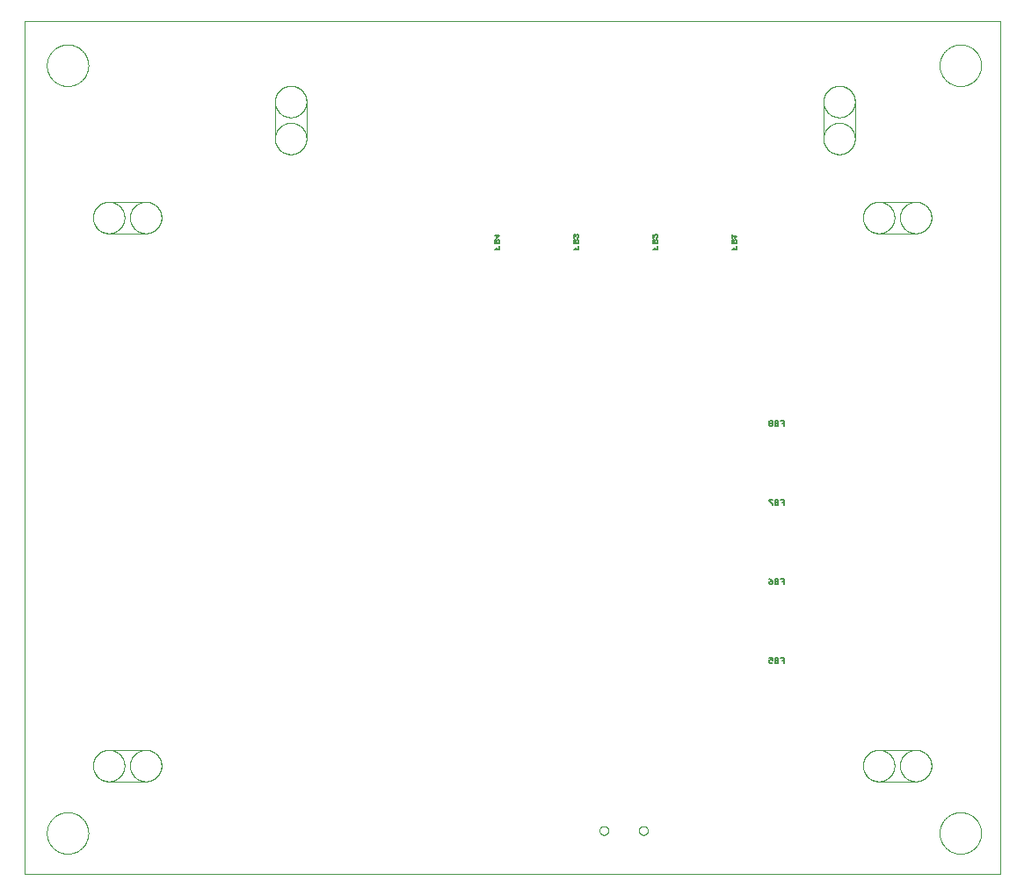
<source format=gbo>
G75*
%MOIN*%
%OFA0B0*%
%FSLAX25Y25*%
%IPPOS*%
%LPD*%
%AMOC8*
5,1,8,0,0,1.08239X$1,22.5*
%
%ADD10C,0.00000*%
%ADD11C,0.00500*%
%ADD12C,0.00009*%
D10*
X0002899Y0013620D02*
X0002899Y0337321D01*
X0372820Y0337321D01*
X0372820Y0013620D01*
X0002899Y0013620D01*
X0011403Y0029053D02*
X0011405Y0029246D01*
X0011412Y0029439D01*
X0011424Y0029632D01*
X0011441Y0029825D01*
X0011462Y0030017D01*
X0011488Y0030208D01*
X0011519Y0030399D01*
X0011554Y0030589D01*
X0011594Y0030778D01*
X0011639Y0030966D01*
X0011688Y0031153D01*
X0011742Y0031339D01*
X0011800Y0031523D01*
X0011863Y0031706D01*
X0011931Y0031887D01*
X0012002Y0032066D01*
X0012079Y0032244D01*
X0012159Y0032420D01*
X0012244Y0032593D01*
X0012333Y0032765D01*
X0012426Y0032934D01*
X0012523Y0033101D01*
X0012625Y0033266D01*
X0012730Y0033428D01*
X0012839Y0033587D01*
X0012953Y0033744D01*
X0013070Y0033897D01*
X0013190Y0034048D01*
X0013315Y0034196D01*
X0013443Y0034341D01*
X0013574Y0034482D01*
X0013709Y0034621D01*
X0013848Y0034756D01*
X0013989Y0034887D01*
X0014134Y0035015D01*
X0014282Y0035140D01*
X0014433Y0035260D01*
X0014586Y0035377D01*
X0014743Y0035491D01*
X0014902Y0035600D01*
X0015064Y0035705D01*
X0015229Y0035807D01*
X0015396Y0035904D01*
X0015565Y0035997D01*
X0015737Y0036086D01*
X0015910Y0036171D01*
X0016086Y0036251D01*
X0016264Y0036328D01*
X0016443Y0036399D01*
X0016624Y0036467D01*
X0016807Y0036530D01*
X0016991Y0036588D01*
X0017177Y0036642D01*
X0017364Y0036691D01*
X0017552Y0036736D01*
X0017741Y0036776D01*
X0017931Y0036811D01*
X0018122Y0036842D01*
X0018313Y0036868D01*
X0018505Y0036889D01*
X0018698Y0036906D01*
X0018891Y0036918D01*
X0019084Y0036925D01*
X0019277Y0036927D01*
X0019470Y0036925D01*
X0019663Y0036918D01*
X0019856Y0036906D01*
X0020049Y0036889D01*
X0020241Y0036868D01*
X0020432Y0036842D01*
X0020623Y0036811D01*
X0020813Y0036776D01*
X0021002Y0036736D01*
X0021190Y0036691D01*
X0021377Y0036642D01*
X0021563Y0036588D01*
X0021747Y0036530D01*
X0021930Y0036467D01*
X0022111Y0036399D01*
X0022290Y0036328D01*
X0022468Y0036251D01*
X0022644Y0036171D01*
X0022817Y0036086D01*
X0022989Y0035997D01*
X0023158Y0035904D01*
X0023325Y0035807D01*
X0023490Y0035705D01*
X0023652Y0035600D01*
X0023811Y0035491D01*
X0023968Y0035377D01*
X0024121Y0035260D01*
X0024272Y0035140D01*
X0024420Y0035015D01*
X0024565Y0034887D01*
X0024706Y0034756D01*
X0024845Y0034621D01*
X0024980Y0034482D01*
X0025111Y0034341D01*
X0025239Y0034196D01*
X0025364Y0034048D01*
X0025484Y0033897D01*
X0025601Y0033744D01*
X0025715Y0033587D01*
X0025824Y0033428D01*
X0025929Y0033266D01*
X0026031Y0033101D01*
X0026128Y0032934D01*
X0026221Y0032765D01*
X0026310Y0032593D01*
X0026395Y0032420D01*
X0026475Y0032244D01*
X0026552Y0032066D01*
X0026623Y0031887D01*
X0026691Y0031706D01*
X0026754Y0031523D01*
X0026812Y0031339D01*
X0026866Y0031153D01*
X0026915Y0030966D01*
X0026960Y0030778D01*
X0027000Y0030589D01*
X0027035Y0030399D01*
X0027066Y0030208D01*
X0027092Y0030017D01*
X0027113Y0029825D01*
X0027130Y0029632D01*
X0027142Y0029439D01*
X0027149Y0029246D01*
X0027151Y0029053D01*
X0027149Y0028860D01*
X0027142Y0028667D01*
X0027130Y0028474D01*
X0027113Y0028281D01*
X0027092Y0028089D01*
X0027066Y0027898D01*
X0027035Y0027707D01*
X0027000Y0027517D01*
X0026960Y0027328D01*
X0026915Y0027140D01*
X0026866Y0026953D01*
X0026812Y0026767D01*
X0026754Y0026583D01*
X0026691Y0026400D01*
X0026623Y0026219D01*
X0026552Y0026040D01*
X0026475Y0025862D01*
X0026395Y0025686D01*
X0026310Y0025513D01*
X0026221Y0025341D01*
X0026128Y0025172D01*
X0026031Y0025005D01*
X0025929Y0024840D01*
X0025824Y0024678D01*
X0025715Y0024519D01*
X0025601Y0024362D01*
X0025484Y0024209D01*
X0025364Y0024058D01*
X0025239Y0023910D01*
X0025111Y0023765D01*
X0024980Y0023624D01*
X0024845Y0023485D01*
X0024706Y0023350D01*
X0024565Y0023219D01*
X0024420Y0023091D01*
X0024272Y0022966D01*
X0024121Y0022846D01*
X0023968Y0022729D01*
X0023811Y0022615D01*
X0023652Y0022506D01*
X0023490Y0022401D01*
X0023325Y0022299D01*
X0023158Y0022202D01*
X0022989Y0022109D01*
X0022817Y0022020D01*
X0022644Y0021935D01*
X0022468Y0021855D01*
X0022290Y0021778D01*
X0022111Y0021707D01*
X0021930Y0021639D01*
X0021747Y0021576D01*
X0021563Y0021518D01*
X0021377Y0021464D01*
X0021190Y0021415D01*
X0021002Y0021370D01*
X0020813Y0021330D01*
X0020623Y0021295D01*
X0020432Y0021264D01*
X0020241Y0021238D01*
X0020049Y0021217D01*
X0019856Y0021200D01*
X0019663Y0021188D01*
X0019470Y0021181D01*
X0019277Y0021179D01*
X0019084Y0021181D01*
X0018891Y0021188D01*
X0018698Y0021200D01*
X0018505Y0021217D01*
X0018313Y0021238D01*
X0018122Y0021264D01*
X0017931Y0021295D01*
X0017741Y0021330D01*
X0017552Y0021370D01*
X0017364Y0021415D01*
X0017177Y0021464D01*
X0016991Y0021518D01*
X0016807Y0021576D01*
X0016624Y0021639D01*
X0016443Y0021707D01*
X0016264Y0021778D01*
X0016086Y0021855D01*
X0015910Y0021935D01*
X0015737Y0022020D01*
X0015565Y0022109D01*
X0015396Y0022202D01*
X0015229Y0022299D01*
X0015064Y0022401D01*
X0014902Y0022506D01*
X0014743Y0022615D01*
X0014586Y0022729D01*
X0014433Y0022846D01*
X0014282Y0022966D01*
X0014134Y0023091D01*
X0013989Y0023219D01*
X0013848Y0023350D01*
X0013709Y0023485D01*
X0013574Y0023624D01*
X0013443Y0023765D01*
X0013315Y0023910D01*
X0013190Y0024058D01*
X0013070Y0024209D01*
X0012953Y0024362D01*
X0012839Y0024519D01*
X0012730Y0024678D01*
X0012625Y0024840D01*
X0012523Y0025005D01*
X0012426Y0025172D01*
X0012333Y0025341D01*
X0012244Y0025513D01*
X0012159Y0025686D01*
X0012079Y0025862D01*
X0012002Y0026040D01*
X0011931Y0026219D01*
X0011863Y0026400D01*
X0011800Y0026583D01*
X0011742Y0026767D01*
X0011688Y0026953D01*
X0011639Y0027140D01*
X0011594Y0027328D01*
X0011554Y0027517D01*
X0011519Y0027707D01*
X0011488Y0027898D01*
X0011462Y0028089D01*
X0011441Y0028281D01*
X0011424Y0028474D01*
X0011412Y0028667D01*
X0011405Y0028860D01*
X0011403Y0029053D01*
X0028949Y0054620D02*
X0028951Y0054774D01*
X0028957Y0054928D01*
X0028967Y0055081D01*
X0028981Y0055234D01*
X0028999Y0055387D01*
X0029020Y0055539D01*
X0029046Y0055691D01*
X0029076Y0055842D01*
X0029109Y0055992D01*
X0029147Y0056141D01*
X0029188Y0056290D01*
X0029233Y0056437D01*
X0029282Y0056583D01*
X0029335Y0056727D01*
X0029391Y0056870D01*
X0029451Y0057012D01*
X0029515Y0057152D01*
X0029582Y0057290D01*
X0029653Y0057427D01*
X0029727Y0057562D01*
X0029805Y0057694D01*
X0029886Y0057825D01*
X0029971Y0057954D01*
X0030058Y0058080D01*
X0030149Y0058204D01*
X0030244Y0058325D01*
X0030341Y0058445D01*
X0030441Y0058561D01*
X0030545Y0058675D01*
X0030651Y0058786D01*
X0030760Y0058895D01*
X0030872Y0059000D01*
X0030987Y0059103D01*
X0031104Y0059203D01*
X0031224Y0059299D01*
X0031346Y0059393D01*
X0031470Y0059483D01*
X0031597Y0059570D01*
X0031726Y0059654D01*
X0031858Y0059734D01*
X0031991Y0059811D01*
X0032126Y0059884D01*
X0032263Y0059954D01*
X0032402Y0060021D01*
X0032542Y0060083D01*
X0032684Y0060142D01*
X0032828Y0060198D01*
X0032973Y0060250D01*
X0033119Y0060297D01*
X0033266Y0060342D01*
X0033415Y0060382D01*
X0033564Y0060418D01*
X0033715Y0060451D01*
X0033866Y0060480D01*
X0034018Y0060504D01*
X0034170Y0060525D01*
X0034323Y0060542D01*
X0034476Y0060555D01*
X0034630Y0060564D01*
X0034784Y0060569D01*
X0034937Y0060570D01*
X0035091Y0060567D01*
X0035245Y0060560D01*
X0035398Y0060549D01*
X0035552Y0060534D01*
X0035704Y0060515D01*
X0035856Y0060492D01*
X0036008Y0060466D01*
X0036159Y0060435D01*
X0036309Y0060401D01*
X0036458Y0060362D01*
X0036605Y0060320D01*
X0036752Y0060274D01*
X0036898Y0060224D01*
X0037042Y0060171D01*
X0037185Y0060113D01*
X0037326Y0060052D01*
X0037466Y0059988D01*
X0037604Y0059920D01*
X0037740Y0059848D01*
X0037874Y0059773D01*
X0038006Y0059694D01*
X0038136Y0059612D01*
X0038264Y0059527D01*
X0038390Y0059438D01*
X0038513Y0059346D01*
X0038634Y0059251D01*
X0038753Y0059153D01*
X0038869Y0059052D01*
X0038982Y0058948D01*
X0039093Y0058841D01*
X0039200Y0058731D01*
X0039305Y0058618D01*
X0039407Y0058503D01*
X0039506Y0058385D01*
X0039602Y0058265D01*
X0039695Y0058142D01*
X0039784Y0058017D01*
X0039870Y0057890D01*
X0039953Y0057760D01*
X0040033Y0057628D01*
X0040109Y0057495D01*
X0040181Y0057359D01*
X0040250Y0057221D01*
X0040316Y0057082D01*
X0040378Y0056941D01*
X0040436Y0056799D01*
X0040490Y0056655D01*
X0040541Y0056510D01*
X0040588Y0056363D01*
X0040631Y0056216D01*
X0040670Y0056067D01*
X0040706Y0055917D01*
X0040737Y0055767D01*
X0040765Y0055615D01*
X0040789Y0055463D01*
X0040809Y0055311D01*
X0040825Y0055158D01*
X0040837Y0055004D01*
X0040845Y0054851D01*
X0040849Y0054697D01*
X0040849Y0054543D01*
X0040845Y0054389D01*
X0040837Y0054236D01*
X0040825Y0054082D01*
X0040809Y0053929D01*
X0040789Y0053777D01*
X0040765Y0053625D01*
X0040737Y0053473D01*
X0040706Y0053323D01*
X0040670Y0053173D01*
X0040631Y0053024D01*
X0040588Y0052877D01*
X0040541Y0052730D01*
X0040490Y0052585D01*
X0040436Y0052441D01*
X0040378Y0052299D01*
X0040316Y0052158D01*
X0040250Y0052019D01*
X0040181Y0051881D01*
X0040109Y0051745D01*
X0040033Y0051612D01*
X0039953Y0051480D01*
X0039870Y0051350D01*
X0039784Y0051223D01*
X0039695Y0051098D01*
X0039602Y0050975D01*
X0039506Y0050855D01*
X0039407Y0050737D01*
X0039305Y0050622D01*
X0039200Y0050509D01*
X0039093Y0050399D01*
X0038982Y0050292D01*
X0038869Y0050188D01*
X0038753Y0050087D01*
X0038634Y0049989D01*
X0038513Y0049894D01*
X0038390Y0049802D01*
X0038264Y0049713D01*
X0038136Y0049628D01*
X0038006Y0049546D01*
X0037874Y0049467D01*
X0037740Y0049392D01*
X0037604Y0049320D01*
X0037466Y0049252D01*
X0037326Y0049188D01*
X0037185Y0049127D01*
X0037042Y0049069D01*
X0036898Y0049016D01*
X0036752Y0048966D01*
X0036605Y0048920D01*
X0036458Y0048878D01*
X0036309Y0048839D01*
X0036159Y0048805D01*
X0036008Y0048774D01*
X0035856Y0048748D01*
X0035704Y0048725D01*
X0035552Y0048706D01*
X0035398Y0048691D01*
X0035245Y0048680D01*
X0035091Y0048673D01*
X0034937Y0048670D01*
X0034784Y0048671D01*
X0034630Y0048676D01*
X0034476Y0048685D01*
X0034323Y0048698D01*
X0034170Y0048715D01*
X0034018Y0048736D01*
X0033866Y0048760D01*
X0033715Y0048789D01*
X0033564Y0048822D01*
X0033415Y0048858D01*
X0033266Y0048898D01*
X0033119Y0048943D01*
X0032973Y0048990D01*
X0032828Y0049042D01*
X0032684Y0049098D01*
X0032542Y0049157D01*
X0032402Y0049219D01*
X0032263Y0049286D01*
X0032126Y0049356D01*
X0031991Y0049429D01*
X0031858Y0049506D01*
X0031726Y0049586D01*
X0031597Y0049670D01*
X0031470Y0049757D01*
X0031346Y0049847D01*
X0031224Y0049941D01*
X0031104Y0050037D01*
X0030987Y0050137D01*
X0030872Y0050240D01*
X0030760Y0050345D01*
X0030651Y0050454D01*
X0030545Y0050565D01*
X0030441Y0050679D01*
X0030341Y0050795D01*
X0030244Y0050915D01*
X0030149Y0051036D01*
X0030058Y0051160D01*
X0029971Y0051286D01*
X0029886Y0051415D01*
X0029805Y0051546D01*
X0029727Y0051678D01*
X0029653Y0051813D01*
X0029582Y0051950D01*
X0029515Y0052088D01*
X0029451Y0052228D01*
X0029391Y0052370D01*
X0029335Y0052513D01*
X0029282Y0052657D01*
X0029233Y0052803D01*
X0029188Y0052950D01*
X0029147Y0053099D01*
X0029109Y0053248D01*
X0029076Y0053398D01*
X0029046Y0053549D01*
X0029020Y0053701D01*
X0028999Y0053853D01*
X0028981Y0054006D01*
X0028967Y0054159D01*
X0028957Y0054312D01*
X0028951Y0054466D01*
X0028949Y0054620D01*
X0034899Y0060620D02*
X0034746Y0060618D01*
X0034593Y0060612D01*
X0034440Y0060602D01*
X0034287Y0060589D01*
X0034135Y0060571D01*
X0033983Y0060550D01*
X0033832Y0060524D01*
X0033682Y0060495D01*
X0033532Y0060462D01*
X0033383Y0060425D01*
X0033235Y0060385D01*
X0033089Y0060340D01*
X0032943Y0060292D01*
X0032799Y0060240D01*
X0032656Y0060185D01*
X0032515Y0060126D01*
X0032375Y0060063D01*
X0032237Y0059997D01*
X0032100Y0059927D01*
X0031966Y0059854D01*
X0031833Y0059777D01*
X0031702Y0059697D01*
X0031574Y0059614D01*
X0031447Y0059528D01*
X0031323Y0059438D01*
X0031201Y0059345D01*
X0031082Y0059249D01*
X0030965Y0059150D01*
X0030850Y0059048D01*
X0030738Y0058943D01*
X0030629Y0058835D01*
X0030523Y0058725D01*
X0030420Y0058612D01*
X0030319Y0058496D01*
X0030222Y0058378D01*
X0030127Y0058257D01*
X0030036Y0058134D01*
X0029948Y0058009D01*
X0029863Y0057881D01*
X0029781Y0057752D01*
X0029703Y0057620D01*
X0029628Y0057486D01*
X0029556Y0057351D01*
X0029488Y0057213D01*
X0029424Y0057074D01*
X0029363Y0056934D01*
X0029306Y0056792D01*
X0029252Y0056648D01*
X0029202Y0056503D01*
X0029156Y0056357D01*
X0029113Y0056210D01*
X0029075Y0056062D01*
X0029040Y0055912D01*
X0029009Y0055762D01*
X0028981Y0055612D01*
X0028958Y0055460D01*
X0028939Y0055308D01*
X0028923Y0055156D01*
X0028911Y0055003D01*
X0028903Y0054850D01*
X0028899Y0054697D01*
X0028899Y0054543D01*
X0028903Y0054390D01*
X0028911Y0054237D01*
X0028923Y0054084D01*
X0028939Y0053932D01*
X0028958Y0053780D01*
X0028981Y0053628D01*
X0029009Y0053478D01*
X0029040Y0053328D01*
X0029075Y0053178D01*
X0029113Y0053030D01*
X0029156Y0052883D01*
X0029202Y0052737D01*
X0029252Y0052592D01*
X0029306Y0052448D01*
X0029363Y0052306D01*
X0029424Y0052166D01*
X0029488Y0052027D01*
X0029556Y0051889D01*
X0029628Y0051754D01*
X0029703Y0051620D01*
X0029781Y0051488D01*
X0029863Y0051359D01*
X0029948Y0051231D01*
X0030036Y0051106D01*
X0030127Y0050983D01*
X0030222Y0050862D01*
X0030319Y0050744D01*
X0030420Y0050628D01*
X0030523Y0050515D01*
X0030629Y0050405D01*
X0030738Y0050297D01*
X0030850Y0050192D01*
X0030965Y0050090D01*
X0031082Y0049991D01*
X0031201Y0049895D01*
X0031323Y0049802D01*
X0031447Y0049712D01*
X0031574Y0049626D01*
X0031702Y0049543D01*
X0031833Y0049463D01*
X0031966Y0049386D01*
X0032100Y0049313D01*
X0032237Y0049243D01*
X0032375Y0049177D01*
X0032515Y0049114D01*
X0032656Y0049055D01*
X0032799Y0049000D01*
X0032943Y0048948D01*
X0033089Y0048900D01*
X0033235Y0048855D01*
X0033383Y0048815D01*
X0033532Y0048778D01*
X0033682Y0048745D01*
X0033832Y0048716D01*
X0033983Y0048690D01*
X0034135Y0048669D01*
X0034287Y0048651D01*
X0034440Y0048638D01*
X0034593Y0048628D01*
X0034746Y0048622D01*
X0034899Y0048620D01*
X0042949Y0054620D02*
X0042951Y0054774D01*
X0042957Y0054928D01*
X0042967Y0055081D01*
X0042981Y0055234D01*
X0042999Y0055387D01*
X0043020Y0055539D01*
X0043046Y0055691D01*
X0043076Y0055842D01*
X0043109Y0055992D01*
X0043147Y0056141D01*
X0043188Y0056290D01*
X0043233Y0056437D01*
X0043282Y0056583D01*
X0043335Y0056727D01*
X0043391Y0056870D01*
X0043451Y0057012D01*
X0043515Y0057152D01*
X0043582Y0057290D01*
X0043653Y0057427D01*
X0043727Y0057562D01*
X0043805Y0057694D01*
X0043886Y0057825D01*
X0043971Y0057954D01*
X0044058Y0058080D01*
X0044149Y0058204D01*
X0044244Y0058325D01*
X0044341Y0058445D01*
X0044441Y0058561D01*
X0044545Y0058675D01*
X0044651Y0058786D01*
X0044760Y0058895D01*
X0044872Y0059000D01*
X0044987Y0059103D01*
X0045104Y0059203D01*
X0045224Y0059299D01*
X0045346Y0059393D01*
X0045470Y0059483D01*
X0045597Y0059570D01*
X0045726Y0059654D01*
X0045858Y0059734D01*
X0045991Y0059811D01*
X0046126Y0059884D01*
X0046263Y0059954D01*
X0046402Y0060021D01*
X0046542Y0060083D01*
X0046684Y0060142D01*
X0046828Y0060198D01*
X0046973Y0060250D01*
X0047119Y0060297D01*
X0047266Y0060342D01*
X0047415Y0060382D01*
X0047564Y0060418D01*
X0047715Y0060451D01*
X0047866Y0060480D01*
X0048018Y0060504D01*
X0048170Y0060525D01*
X0048323Y0060542D01*
X0048476Y0060555D01*
X0048630Y0060564D01*
X0048784Y0060569D01*
X0048937Y0060570D01*
X0049091Y0060567D01*
X0049245Y0060560D01*
X0049398Y0060549D01*
X0049552Y0060534D01*
X0049704Y0060515D01*
X0049856Y0060492D01*
X0050008Y0060466D01*
X0050159Y0060435D01*
X0050309Y0060401D01*
X0050458Y0060362D01*
X0050605Y0060320D01*
X0050752Y0060274D01*
X0050898Y0060224D01*
X0051042Y0060171D01*
X0051185Y0060113D01*
X0051326Y0060052D01*
X0051466Y0059988D01*
X0051604Y0059920D01*
X0051740Y0059848D01*
X0051874Y0059773D01*
X0052006Y0059694D01*
X0052136Y0059612D01*
X0052264Y0059527D01*
X0052390Y0059438D01*
X0052513Y0059346D01*
X0052634Y0059251D01*
X0052753Y0059153D01*
X0052869Y0059052D01*
X0052982Y0058948D01*
X0053093Y0058841D01*
X0053200Y0058731D01*
X0053305Y0058618D01*
X0053407Y0058503D01*
X0053506Y0058385D01*
X0053602Y0058265D01*
X0053695Y0058142D01*
X0053784Y0058017D01*
X0053870Y0057890D01*
X0053953Y0057760D01*
X0054033Y0057628D01*
X0054109Y0057495D01*
X0054181Y0057359D01*
X0054250Y0057221D01*
X0054316Y0057082D01*
X0054378Y0056941D01*
X0054436Y0056799D01*
X0054490Y0056655D01*
X0054541Y0056510D01*
X0054588Y0056363D01*
X0054631Y0056216D01*
X0054670Y0056067D01*
X0054706Y0055917D01*
X0054737Y0055767D01*
X0054765Y0055615D01*
X0054789Y0055463D01*
X0054809Y0055311D01*
X0054825Y0055158D01*
X0054837Y0055004D01*
X0054845Y0054851D01*
X0054849Y0054697D01*
X0054849Y0054543D01*
X0054845Y0054389D01*
X0054837Y0054236D01*
X0054825Y0054082D01*
X0054809Y0053929D01*
X0054789Y0053777D01*
X0054765Y0053625D01*
X0054737Y0053473D01*
X0054706Y0053323D01*
X0054670Y0053173D01*
X0054631Y0053024D01*
X0054588Y0052877D01*
X0054541Y0052730D01*
X0054490Y0052585D01*
X0054436Y0052441D01*
X0054378Y0052299D01*
X0054316Y0052158D01*
X0054250Y0052019D01*
X0054181Y0051881D01*
X0054109Y0051745D01*
X0054033Y0051612D01*
X0053953Y0051480D01*
X0053870Y0051350D01*
X0053784Y0051223D01*
X0053695Y0051098D01*
X0053602Y0050975D01*
X0053506Y0050855D01*
X0053407Y0050737D01*
X0053305Y0050622D01*
X0053200Y0050509D01*
X0053093Y0050399D01*
X0052982Y0050292D01*
X0052869Y0050188D01*
X0052753Y0050087D01*
X0052634Y0049989D01*
X0052513Y0049894D01*
X0052390Y0049802D01*
X0052264Y0049713D01*
X0052136Y0049628D01*
X0052006Y0049546D01*
X0051874Y0049467D01*
X0051740Y0049392D01*
X0051604Y0049320D01*
X0051466Y0049252D01*
X0051326Y0049188D01*
X0051185Y0049127D01*
X0051042Y0049069D01*
X0050898Y0049016D01*
X0050752Y0048966D01*
X0050605Y0048920D01*
X0050458Y0048878D01*
X0050309Y0048839D01*
X0050159Y0048805D01*
X0050008Y0048774D01*
X0049856Y0048748D01*
X0049704Y0048725D01*
X0049552Y0048706D01*
X0049398Y0048691D01*
X0049245Y0048680D01*
X0049091Y0048673D01*
X0048937Y0048670D01*
X0048784Y0048671D01*
X0048630Y0048676D01*
X0048476Y0048685D01*
X0048323Y0048698D01*
X0048170Y0048715D01*
X0048018Y0048736D01*
X0047866Y0048760D01*
X0047715Y0048789D01*
X0047564Y0048822D01*
X0047415Y0048858D01*
X0047266Y0048898D01*
X0047119Y0048943D01*
X0046973Y0048990D01*
X0046828Y0049042D01*
X0046684Y0049098D01*
X0046542Y0049157D01*
X0046402Y0049219D01*
X0046263Y0049286D01*
X0046126Y0049356D01*
X0045991Y0049429D01*
X0045858Y0049506D01*
X0045726Y0049586D01*
X0045597Y0049670D01*
X0045470Y0049757D01*
X0045346Y0049847D01*
X0045224Y0049941D01*
X0045104Y0050037D01*
X0044987Y0050137D01*
X0044872Y0050240D01*
X0044760Y0050345D01*
X0044651Y0050454D01*
X0044545Y0050565D01*
X0044441Y0050679D01*
X0044341Y0050795D01*
X0044244Y0050915D01*
X0044149Y0051036D01*
X0044058Y0051160D01*
X0043971Y0051286D01*
X0043886Y0051415D01*
X0043805Y0051546D01*
X0043727Y0051678D01*
X0043653Y0051813D01*
X0043582Y0051950D01*
X0043515Y0052088D01*
X0043451Y0052228D01*
X0043391Y0052370D01*
X0043335Y0052513D01*
X0043282Y0052657D01*
X0043233Y0052803D01*
X0043188Y0052950D01*
X0043147Y0053099D01*
X0043109Y0053248D01*
X0043076Y0053398D01*
X0043046Y0053549D01*
X0043020Y0053701D01*
X0042999Y0053853D01*
X0042981Y0054006D01*
X0042967Y0054159D01*
X0042957Y0054312D01*
X0042951Y0054466D01*
X0042949Y0054620D01*
X0048899Y0048620D02*
X0049052Y0048622D01*
X0049205Y0048628D01*
X0049358Y0048638D01*
X0049511Y0048651D01*
X0049663Y0048669D01*
X0049815Y0048690D01*
X0049966Y0048716D01*
X0050116Y0048745D01*
X0050266Y0048778D01*
X0050415Y0048815D01*
X0050563Y0048855D01*
X0050709Y0048900D01*
X0050855Y0048948D01*
X0050999Y0049000D01*
X0051142Y0049055D01*
X0051283Y0049114D01*
X0051423Y0049177D01*
X0051561Y0049243D01*
X0051698Y0049313D01*
X0051832Y0049386D01*
X0051965Y0049463D01*
X0052096Y0049543D01*
X0052224Y0049626D01*
X0052351Y0049712D01*
X0052475Y0049802D01*
X0052597Y0049895D01*
X0052716Y0049991D01*
X0052833Y0050090D01*
X0052948Y0050192D01*
X0053060Y0050297D01*
X0053169Y0050405D01*
X0053275Y0050515D01*
X0053378Y0050628D01*
X0053479Y0050744D01*
X0053576Y0050862D01*
X0053671Y0050983D01*
X0053762Y0051106D01*
X0053850Y0051231D01*
X0053935Y0051359D01*
X0054017Y0051488D01*
X0054095Y0051620D01*
X0054170Y0051754D01*
X0054242Y0051889D01*
X0054310Y0052027D01*
X0054374Y0052166D01*
X0054435Y0052306D01*
X0054492Y0052448D01*
X0054546Y0052592D01*
X0054596Y0052737D01*
X0054642Y0052883D01*
X0054685Y0053030D01*
X0054723Y0053178D01*
X0054758Y0053328D01*
X0054789Y0053478D01*
X0054817Y0053628D01*
X0054840Y0053780D01*
X0054859Y0053932D01*
X0054875Y0054084D01*
X0054887Y0054237D01*
X0054895Y0054390D01*
X0054899Y0054543D01*
X0054899Y0054697D01*
X0054895Y0054850D01*
X0054887Y0055003D01*
X0054875Y0055156D01*
X0054859Y0055308D01*
X0054840Y0055460D01*
X0054817Y0055612D01*
X0054789Y0055762D01*
X0054758Y0055912D01*
X0054723Y0056062D01*
X0054685Y0056210D01*
X0054642Y0056357D01*
X0054596Y0056503D01*
X0054546Y0056648D01*
X0054492Y0056792D01*
X0054435Y0056934D01*
X0054374Y0057074D01*
X0054310Y0057213D01*
X0054242Y0057351D01*
X0054170Y0057486D01*
X0054095Y0057620D01*
X0054017Y0057752D01*
X0053935Y0057881D01*
X0053850Y0058009D01*
X0053762Y0058134D01*
X0053671Y0058257D01*
X0053576Y0058378D01*
X0053479Y0058496D01*
X0053378Y0058612D01*
X0053275Y0058725D01*
X0053169Y0058835D01*
X0053060Y0058943D01*
X0052948Y0059048D01*
X0052833Y0059150D01*
X0052716Y0059249D01*
X0052597Y0059345D01*
X0052475Y0059438D01*
X0052351Y0059528D01*
X0052224Y0059614D01*
X0052096Y0059697D01*
X0051965Y0059777D01*
X0051832Y0059854D01*
X0051698Y0059927D01*
X0051561Y0059997D01*
X0051423Y0060063D01*
X0051283Y0060126D01*
X0051142Y0060185D01*
X0050999Y0060240D01*
X0050855Y0060292D01*
X0050709Y0060340D01*
X0050563Y0060385D01*
X0050415Y0060425D01*
X0050266Y0060462D01*
X0050116Y0060495D01*
X0049966Y0060524D01*
X0049815Y0060550D01*
X0049663Y0060571D01*
X0049511Y0060589D01*
X0049358Y0060602D01*
X0049205Y0060612D01*
X0049052Y0060618D01*
X0048899Y0060620D01*
X0220993Y0030008D02*
X0220995Y0030089D01*
X0221001Y0030171D01*
X0221011Y0030252D01*
X0221025Y0030332D01*
X0221042Y0030411D01*
X0221064Y0030490D01*
X0221089Y0030567D01*
X0221118Y0030644D01*
X0221151Y0030718D01*
X0221188Y0030791D01*
X0221227Y0030862D01*
X0221271Y0030931D01*
X0221317Y0030998D01*
X0221367Y0031062D01*
X0221420Y0031124D01*
X0221476Y0031184D01*
X0221534Y0031240D01*
X0221596Y0031294D01*
X0221660Y0031345D01*
X0221726Y0031392D01*
X0221794Y0031436D01*
X0221865Y0031477D01*
X0221937Y0031514D01*
X0222012Y0031548D01*
X0222087Y0031578D01*
X0222165Y0031604D01*
X0222243Y0031627D01*
X0222322Y0031645D01*
X0222402Y0031660D01*
X0222483Y0031671D01*
X0222564Y0031678D01*
X0222646Y0031681D01*
X0222727Y0031680D01*
X0222808Y0031675D01*
X0222889Y0031666D01*
X0222970Y0031653D01*
X0223050Y0031636D01*
X0223128Y0031616D01*
X0223206Y0031591D01*
X0223283Y0031563D01*
X0223358Y0031531D01*
X0223431Y0031496D01*
X0223502Y0031457D01*
X0223572Y0031414D01*
X0223639Y0031369D01*
X0223705Y0031320D01*
X0223767Y0031268D01*
X0223827Y0031212D01*
X0223884Y0031154D01*
X0223939Y0031094D01*
X0223990Y0031030D01*
X0224038Y0030965D01*
X0224083Y0030897D01*
X0224125Y0030827D01*
X0224163Y0030755D01*
X0224198Y0030681D01*
X0224229Y0030606D01*
X0224256Y0030529D01*
X0224279Y0030451D01*
X0224299Y0030372D01*
X0224315Y0030292D01*
X0224327Y0030211D01*
X0224335Y0030130D01*
X0224339Y0030049D01*
X0224339Y0029967D01*
X0224335Y0029886D01*
X0224327Y0029805D01*
X0224315Y0029724D01*
X0224299Y0029644D01*
X0224279Y0029565D01*
X0224256Y0029487D01*
X0224229Y0029410D01*
X0224198Y0029335D01*
X0224163Y0029261D01*
X0224125Y0029189D01*
X0224083Y0029119D01*
X0224038Y0029051D01*
X0223990Y0028986D01*
X0223939Y0028922D01*
X0223884Y0028862D01*
X0223827Y0028804D01*
X0223767Y0028748D01*
X0223705Y0028696D01*
X0223639Y0028647D01*
X0223572Y0028602D01*
X0223503Y0028559D01*
X0223431Y0028520D01*
X0223358Y0028485D01*
X0223283Y0028453D01*
X0223206Y0028425D01*
X0223128Y0028400D01*
X0223050Y0028380D01*
X0222970Y0028363D01*
X0222889Y0028350D01*
X0222808Y0028341D01*
X0222727Y0028336D01*
X0222646Y0028335D01*
X0222564Y0028338D01*
X0222483Y0028345D01*
X0222402Y0028356D01*
X0222322Y0028371D01*
X0222243Y0028389D01*
X0222165Y0028412D01*
X0222087Y0028438D01*
X0222012Y0028468D01*
X0221937Y0028502D01*
X0221865Y0028539D01*
X0221794Y0028580D01*
X0221726Y0028624D01*
X0221660Y0028671D01*
X0221596Y0028722D01*
X0221534Y0028776D01*
X0221476Y0028832D01*
X0221420Y0028892D01*
X0221367Y0028954D01*
X0221317Y0029018D01*
X0221271Y0029085D01*
X0221227Y0029154D01*
X0221188Y0029225D01*
X0221151Y0029298D01*
X0221118Y0029372D01*
X0221089Y0029449D01*
X0221064Y0029526D01*
X0221042Y0029605D01*
X0221025Y0029684D01*
X0221011Y0029764D01*
X0221001Y0029845D01*
X0220995Y0029927D01*
X0220993Y0030008D01*
X0235954Y0030008D02*
X0235956Y0030089D01*
X0235962Y0030171D01*
X0235972Y0030252D01*
X0235986Y0030332D01*
X0236003Y0030411D01*
X0236025Y0030490D01*
X0236050Y0030567D01*
X0236079Y0030644D01*
X0236112Y0030718D01*
X0236149Y0030791D01*
X0236188Y0030862D01*
X0236232Y0030931D01*
X0236278Y0030998D01*
X0236328Y0031062D01*
X0236381Y0031124D01*
X0236437Y0031184D01*
X0236495Y0031240D01*
X0236557Y0031294D01*
X0236621Y0031345D01*
X0236687Y0031392D01*
X0236755Y0031436D01*
X0236826Y0031477D01*
X0236898Y0031514D01*
X0236973Y0031548D01*
X0237048Y0031578D01*
X0237126Y0031604D01*
X0237204Y0031627D01*
X0237283Y0031645D01*
X0237363Y0031660D01*
X0237444Y0031671D01*
X0237525Y0031678D01*
X0237607Y0031681D01*
X0237688Y0031680D01*
X0237769Y0031675D01*
X0237850Y0031666D01*
X0237931Y0031653D01*
X0238011Y0031636D01*
X0238089Y0031616D01*
X0238167Y0031591D01*
X0238244Y0031563D01*
X0238319Y0031531D01*
X0238392Y0031496D01*
X0238463Y0031457D01*
X0238533Y0031414D01*
X0238600Y0031369D01*
X0238666Y0031320D01*
X0238728Y0031268D01*
X0238788Y0031212D01*
X0238845Y0031154D01*
X0238900Y0031094D01*
X0238951Y0031030D01*
X0238999Y0030965D01*
X0239044Y0030897D01*
X0239086Y0030827D01*
X0239124Y0030755D01*
X0239159Y0030681D01*
X0239190Y0030606D01*
X0239217Y0030529D01*
X0239240Y0030451D01*
X0239260Y0030372D01*
X0239276Y0030292D01*
X0239288Y0030211D01*
X0239296Y0030130D01*
X0239300Y0030049D01*
X0239300Y0029967D01*
X0239296Y0029886D01*
X0239288Y0029805D01*
X0239276Y0029724D01*
X0239260Y0029644D01*
X0239240Y0029565D01*
X0239217Y0029487D01*
X0239190Y0029410D01*
X0239159Y0029335D01*
X0239124Y0029261D01*
X0239086Y0029189D01*
X0239044Y0029119D01*
X0238999Y0029051D01*
X0238951Y0028986D01*
X0238900Y0028922D01*
X0238845Y0028862D01*
X0238788Y0028804D01*
X0238728Y0028748D01*
X0238666Y0028696D01*
X0238600Y0028647D01*
X0238533Y0028602D01*
X0238464Y0028559D01*
X0238392Y0028520D01*
X0238319Y0028485D01*
X0238244Y0028453D01*
X0238167Y0028425D01*
X0238089Y0028400D01*
X0238011Y0028380D01*
X0237931Y0028363D01*
X0237850Y0028350D01*
X0237769Y0028341D01*
X0237688Y0028336D01*
X0237607Y0028335D01*
X0237525Y0028338D01*
X0237444Y0028345D01*
X0237363Y0028356D01*
X0237283Y0028371D01*
X0237204Y0028389D01*
X0237126Y0028412D01*
X0237048Y0028438D01*
X0236973Y0028468D01*
X0236898Y0028502D01*
X0236826Y0028539D01*
X0236755Y0028580D01*
X0236687Y0028624D01*
X0236621Y0028671D01*
X0236557Y0028722D01*
X0236495Y0028776D01*
X0236437Y0028832D01*
X0236381Y0028892D01*
X0236328Y0028954D01*
X0236278Y0029018D01*
X0236232Y0029085D01*
X0236188Y0029154D01*
X0236149Y0029225D01*
X0236112Y0029298D01*
X0236079Y0029372D01*
X0236050Y0029449D01*
X0236025Y0029526D01*
X0236003Y0029605D01*
X0235986Y0029684D01*
X0235972Y0029764D01*
X0235962Y0029845D01*
X0235956Y0029927D01*
X0235954Y0030008D01*
X0320949Y0054620D02*
X0320951Y0054774D01*
X0320957Y0054928D01*
X0320967Y0055081D01*
X0320981Y0055234D01*
X0320999Y0055387D01*
X0321020Y0055539D01*
X0321046Y0055691D01*
X0321076Y0055842D01*
X0321109Y0055992D01*
X0321147Y0056141D01*
X0321188Y0056290D01*
X0321233Y0056437D01*
X0321282Y0056583D01*
X0321335Y0056727D01*
X0321391Y0056870D01*
X0321451Y0057012D01*
X0321515Y0057152D01*
X0321582Y0057290D01*
X0321653Y0057427D01*
X0321727Y0057562D01*
X0321805Y0057694D01*
X0321886Y0057825D01*
X0321971Y0057954D01*
X0322058Y0058080D01*
X0322149Y0058204D01*
X0322244Y0058325D01*
X0322341Y0058445D01*
X0322441Y0058561D01*
X0322545Y0058675D01*
X0322651Y0058786D01*
X0322760Y0058895D01*
X0322872Y0059000D01*
X0322987Y0059103D01*
X0323104Y0059203D01*
X0323224Y0059299D01*
X0323346Y0059393D01*
X0323470Y0059483D01*
X0323597Y0059570D01*
X0323726Y0059654D01*
X0323858Y0059734D01*
X0323991Y0059811D01*
X0324126Y0059884D01*
X0324263Y0059954D01*
X0324402Y0060021D01*
X0324542Y0060083D01*
X0324684Y0060142D01*
X0324828Y0060198D01*
X0324973Y0060250D01*
X0325119Y0060297D01*
X0325266Y0060342D01*
X0325415Y0060382D01*
X0325564Y0060418D01*
X0325715Y0060451D01*
X0325866Y0060480D01*
X0326018Y0060504D01*
X0326170Y0060525D01*
X0326323Y0060542D01*
X0326476Y0060555D01*
X0326630Y0060564D01*
X0326784Y0060569D01*
X0326937Y0060570D01*
X0327091Y0060567D01*
X0327245Y0060560D01*
X0327398Y0060549D01*
X0327552Y0060534D01*
X0327704Y0060515D01*
X0327856Y0060492D01*
X0328008Y0060466D01*
X0328159Y0060435D01*
X0328309Y0060401D01*
X0328458Y0060362D01*
X0328605Y0060320D01*
X0328752Y0060274D01*
X0328898Y0060224D01*
X0329042Y0060171D01*
X0329185Y0060113D01*
X0329326Y0060052D01*
X0329466Y0059988D01*
X0329604Y0059920D01*
X0329740Y0059848D01*
X0329874Y0059773D01*
X0330006Y0059694D01*
X0330136Y0059612D01*
X0330264Y0059527D01*
X0330390Y0059438D01*
X0330513Y0059346D01*
X0330634Y0059251D01*
X0330753Y0059153D01*
X0330869Y0059052D01*
X0330982Y0058948D01*
X0331093Y0058841D01*
X0331200Y0058731D01*
X0331305Y0058618D01*
X0331407Y0058503D01*
X0331506Y0058385D01*
X0331602Y0058265D01*
X0331695Y0058142D01*
X0331784Y0058017D01*
X0331870Y0057890D01*
X0331953Y0057760D01*
X0332033Y0057628D01*
X0332109Y0057495D01*
X0332181Y0057359D01*
X0332250Y0057221D01*
X0332316Y0057082D01*
X0332378Y0056941D01*
X0332436Y0056799D01*
X0332490Y0056655D01*
X0332541Y0056510D01*
X0332588Y0056363D01*
X0332631Y0056216D01*
X0332670Y0056067D01*
X0332706Y0055917D01*
X0332737Y0055767D01*
X0332765Y0055615D01*
X0332789Y0055463D01*
X0332809Y0055311D01*
X0332825Y0055158D01*
X0332837Y0055004D01*
X0332845Y0054851D01*
X0332849Y0054697D01*
X0332849Y0054543D01*
X0332845Y0054389D01*
X0332837Y0054236D01*
X0332825Y0054082D01*
X0332809Y0053929D01*
X0332789Y0053777D01*
X0332765Y0053625D01*
X0332737Y0053473D01*
X0332706Y0053323D01*
X0332670Y0053173D01*
X0332631Y0053024D01*
X0332588Y0052877D01*
X0332541Y0052730D01*
X0332490Y0052585D01*
X0332436Y0052441D01*
X0332378Y0052299D01*
X0332316Y0052158D01*
X0332250Y0052019D01*
X0332181Y0051881D01*
X0332109Y0051745D01*
X0332033Y0051612D01*
X0331953Y0051480D01*
X0331870Y0051350D01*
X0331784Y0051223D01*
X0331695Y0051098D01*
X0331602Y0050975D01*
X0331506Y0050855D01*
X0331407Y0050737D01*
X0331305Y0050622D01*
X0331200Y0050509D01*
X0331093Y0050399D01*
X0330982Y0050292D01*
X0330869Y0050188D01*
X0330753Y0050087D01*
X0330634Y0049989D01*
X0330513Y0049894D01*
X0330390Y0049802D01*
X0330264Y0049713D01*
X0330136Y0049628D01*
X0330006Y0049546D01*
X0329874Y0049467D01*
X0329740Y0049392D01*
X0329604Y0049320D01*
X0329466Y0049252D01*
X0329326Y0049188D01*
X0329185Y0049127D01*
X0329042Y0049069D01*
X0328898Y0049016D01*
X0328752Y0048966D01*
X0328605Y0048920D01*
X0328458Y0048878D01*
X0328309Y0048839D01*
X0328159Y0048805D01*
X0328008Y0048774D01*
X0327856Y0048748D01*
X0327704Y0048725D01*
X0327552Y0048706D01*
X0327398Y0048691D01*
X0327245Y0048680D01*
X0327091Y0048673D01*
X0326937Y0048670D01*
X0326784Y0048671D01*
X0326630Y0048676D01*
X0326476Y0048685D01*
X0326323Y0048698D01*
X0326170Y0048715D01*
X0326018Y0048736D01*
X0325866Y0048760D01*
X0325715Y0048789D01*
X0325564Y0048822D01*
X0325415Y0048858D01*
X0325266Y0048898D01*
X0325119Y0048943D01*
X0324973Y0048990D01*
X0324828Y0049042D01*
X0324684Y0049098D01*
X0324542Y0049157D01*
X0324402Y0049219D01*
X0324263Y0049286D01*
X0324126Y0049356D01*
X0323991Y0049429D01*
X0323858Y0049506D01*
X0323726Y0049586D01*
X0323597Y0049670D01*
X0323470Y0049757D01*
X0323346Y0049847D01*
X0323224Y0049941D01*
X0323104Y0050037D01*
X0322987Y0050137D01*
X0322872Y0050240D01*
X0322760Y0050345D01*
X0322651Y0050454D01*
X0322545Y0050565D01*
X0322441Y0050679D01*
X0322341Y0050795D01*
X0322244Y0050915D01*
X0322149Y0051036D01*
X0322058Y0051160D01*
X0321971Y0051286D01*
X0321886Y0051415D01*
X0321805Y0051546D01*
X0321727Y0051678D01*
X0321653Y0051813D01*
X0321582Y0051950D01*
X0321515Y0052088D01*
X0321451Y0052228D01*
X0321391Y0052370D01*
X0321335Y0052513D01*
X0321282Y0052657D01*
X0321233Y0052803D01*
X0321188Y0052950D01*
X0321147Y0053099D01*
X0321109Y0053248D01*
X0321076Y0053398D01*
X0321046Y0053549D01*
X0321020Y0053701D01*
X0320999Y0053853D01*
X0320981Y0054006D01*
X0320967Y0054159D01*
X0320957Y0054312D01*
X0320951Y0054466D01*
X0320949Y0054620D01*
X0326899Y0060620D02*
X0326746Y0060618D01*
X0326593Y0060612D01*
X0326440Y0060602D01*
X0326287Y0060589D01*
X0326135Y0060571D01*
X0325983Y0060550D01*
X0325832Y0060524D01*
X0325682Y0060495D01*
X0325532Y0060462D01*
X0325383Y0060425D01*
X0325235Y0060385D01*
X0325089Y0060340D01*
X0324943Y0060292D01*
X0324799Y0060240D01*
X0324656Y0060185D01*
X0324515Y0060126D01*
X0324375Y0060063D01*
X0324237Y0059997D01*
X0324100Y0059927D01*
X0323966Y0059854D01*
X0323833Y0059777D01*
X0323702Y0059697D01*
X0323574Y0059614D01*
X0323447Y0059528D01*
X0323323Y0059438D01*
X0323201Y0059345D01*
X0323082Y0059249D01*
X0322965Y0059150D01*
X0322850Y0059048D01*
X0322738Y0058943D01*
X0322629Y0058835D01*
X0322523Y0058725D01*
X0322420Y0058612D01*
X0322319Y0058496D01*
X0322222Y0058378D01*
X0322127Y0058257D01*
X0322036Y0058134D01*
X0321948Y0058009D01*
X0321863Y0057881D01*
X0321781Y0057752D01*
X0321703Y0057620D01*
X0321628Y0057486D01*
X0321556Y0057351D01*
X0321488Y0057213D01*
X0321424Y0057074D01*
X0321363Y0056934D01*
X0321306Y0056792D01*
X0321252Y0056648D01*
X0321202Y0056503D01*
X0321156Y0056357D01*
X0321113Y0056210D01*
X0321075Y0056062D01*
X0321040Y0055912D01*
X0321009Y0055762D01*
X0320981Y0055612D01*
X0320958Y0055460D01*
X0320939Y0055308D01*
X0320923Y0055156D01*
X0320911Y0055003D01*
X0320903Y0054850D01*
X0320899Y0054697D01*
X0320899Y0054543D01*
X0320903Y0054390D01*
X0320911Y0054237D01*
X0320923Y0054084D01*
X0320939Y0053932D01*
X0320958Y0053780D01*
X0320981Y0053628D01*
X0321009Y0053478D01*
X0321040Y0053328D01*
X0321075Y0053178D01*
X0321113Y0053030D01*
X0321156Y0052883D01*
X0321202Y0052737D01*
X0321252Y0052592D01*
X0321306Y0052448D01*
X0321363Y0052306D01*
X0321424Y0052166D01*
X0321488Y0052027D01*
X0321556Y0051889D01*
X0321628Y0051754D01*
X0321703Y0051620D01*
X0321781Y0051488D01*
X0321863Y0051359D01*
X0321948Y0051231D01*
X0322036Y0051106D01*
X0322127Y0050983D01*
X0322222Y0050862D01*
X0322319Y0050744D01*
X0322420Y0050628D01*
X0322523Y0050515D01*
X0322629Y0050405D01*
X0322738Y0050297D01*
X0322850Y0050192D01*
X0322965Y0050090D01*
X0323082Y0049991D01*
X0323201Y0049895D01*
X0323323Y0049802D01*
X0323447Y0049712D01*
X0323574Y0049626D01*
X0323702Y0049543D01*
X0323833Y0049463D01*
X0323966Y0049386D01*
X0324100Y0049313D01*
X0324237Y0049243D01*
X0324375Y0049177D01*
X0324515Y0049114D01*
X0324656Y0049055D01*
X0324799Y0049000D01*
X0324943Y0048948D01*
X0325089Y0048900D01*
X0325235Y0048855D01*
X0325383Y0048815D01*
X0325532Y0048778D01*
X0325682Y0048745D01*
X0325832Y0048716D01*
X0325983Y0048690D01*
X0326135Y0048669D01*
X0326287Y0048651D01*
X0326440Y0048638D01*
X0326593Y0048628D01*
X0326746Y0048622D01*
X0326899Y0048620D01*
X0334949Y0054620D02*
X0334951Y0054774D01*
X0334957Y0054928D01*
X0334967Y0055081D01*
X0334981Y0055234D01*
X0334999Y0055387D01*
X0335020Y0055539D01*
X0335046Y0055691D01*
X0335076Y0055842D01*
X0335109Y0055992D01*
X0335147Y0056141D01*
X0335188Y0056290D01*
X0335233Y0056437D01*
X0335282Y0056583D01*
X0335335Y0056727D01*
X0335391Y0056870D01*
X0335451Y0057012D01*
X0335515Y0057152D01*
X0335582Y0057290D01*
X0335653Y0057427D01*
X0335727Y0057562D01*
X0335805Y0057694D01*
X0335886Y0057825D01*
X0335971Y0057954D01*
X0336058Y0058080D01*
X0336149Y0058204D01*
X0336244Y0058325D01*
X0336341Y0058445D01*
X0336441Y0058561D01*
X0336545Y0058675D01*
X0336651Y0058786D01*
X0336760Y0058895D01*
X0336872Y0059000D01*
X0336987Y0059103D01*
X0337104Y0059203D01*
X0337224Y0059299D01*
X0337346Y0059393D01*
X0337470Y0059483D01*
X0337597Y0059570D01*
X0337726Y0059654D01*
X0337858Y0059734D01*
X0337991Y0059811D01*
X0338126Y0059884D01*
X0338263Y0059954D01*
X0338402Y0060021D01*
X0338542Y0060083D01*
X0338684Y0060142D01*
X0338828Y0060198D01*
X0338973Y0060250D01*
X0339119Y0060297D01*
X0339266Y0060342D01*
X0339415Y0060382D01*
X0339564Y0060418D01*
X0339715Y0060451D01*
X0339866Y0060480D01*
X0340018Y0060504D01*
X0340170Y0060525D01*
X0340323Y0060542D01*
X0340476Y0060555D01*
X0340630Y0060564D01*
X0340784Y0060569D01*
X0340937Y0060570D01*
X0341091Y0060567D01*
X0341245Y0060560D01*
X0341398Y0060549D01*
X0341552Y0060534D01*
X0341704Y0060515D01*
X0341856Y0060492D01*
X0342008Y0060466D01*
X0342159Y0060435D01*
X0342309Y0060401D01*
X0342458Y0060362D01*
X0342605Y0060320D01*
X0342752Y0060274D01*
X0342898Y0060224D01*
X0343042Y0060171D01*
X0343185Y0060113D01*
X0343326Y0060052D01*
X0343466Y0059988D01*
X0343604Y0059920D01*
X0343740Y0059848D01*
X0343874Y0059773D01*
X0344006Y0059694D01*
X0344136Y0059612D01*
X0344264Y0059527D01*
X0344390Y0059438D01*
X0344513Y0059346D01*
X0344634Y0059251D01*
X0344753Y0059153D01*
X0344869Y0059052D01*
X0344982Y0058948D01*
X0345093Y0058841D01*
X0345200Y0058731D01*
X0345305Y0058618D01*
X0345407Y0058503D01*
X0345506Y0058385D01*
X0345602Y0058265D01*
X0345695Y0058142D01*
X0345784Y0058017D01*
X0345870Y0057890D01*
X0345953Y0057760D01*
X0346033Y0057628D01*
X0346109Y0057495D01*
X0346181Y0057359D01*
X0346250Y0057221D01*
X0346316Y0057082D01*
X0346378Y0056941D01*
X0346436Y0056799D01*
X0346490Y0056655D01*
X0346541Y0056510D01*
X0346588Y0056363D01*
X0346631Y0056216D01*
X0346670Y0056067D01*
X0346706Y0055917D01*
X0346737Y0055767D01*
X0346765Y0055615D01*
X0346789Y0055463D01*
X0346809Y0055311D01*
X0346825Y0055158D01*
X0346837Y0055004D01*
X0346845Y0054851D01*
X0346849Y0054697D01*
X0346849Y0054543D01*
X0346845Y0054389D01*
X0346837Y0054236D01*
X0346825Y0054082D01*
X0346809Y0053929D01*
X0346789Y0053777D01*
X0346765Y0053625D01*
X0346737Y0053473D01*
X0346706Y0053323D01*
X0346670Y0053173D01*
X0346631Y0053024D01*
X0346588Y0052877D01*
X0346541Y0052730D01*
X0346490Y0052585D01*
X0346436Y0052441D01*
X0346378Y0052299D01*
X0346316Y0052158D01*
X0346250Y0052019D01*
X0346181Y0051881D01*
X0346109Y0051745D01*
X0346033Y0051612D01*
X0345953Y0051480D01*
X0345870Y0051350D01*
X0345784Y0051223D01*
X0345695Y0051098D01*
X0345602Y0050975D01*
X0345506Y0050855D01*
X0345407Y0050737D01*
X0345305Y0050622D01*
X0345200Y0050509D01*
X0345093Y0050399D01*
X0344982Y0050292D01*
X0344869Y0050188D01*
X0344753Y0050087D01*
X0344634Y0049989D01*
X0344513Y0049894D01*
X0344390Y0049802D01*
X0344264Y0049713D01*
X0344136Y0049628D01*
X0344006Y0049546D01*
X0343874Y0049467D01*
X0343740Y0049392D01*
X0343604Y0049320D01*
X0343466Y0049252D01*
X0343326Y0049188D01*
X0343185Y0049127D01*
X0343042Y0049069D01*
X0342898Y0049016D01*
X0342752Y0048966D01*
X0342605Y0048920D01*
X0342458Y0048878D01*
X0342309Y0048839D01*
X0342159Y0048805D01*
X0342008Y0048774D01*
X0341856Y0048748D01*
X0341704Y0048725D01*
X0341552Y0048706D01*
X0341398Y0048691D01*
X0341245Y0048680D01*
X0341091Y0048673D01*
X0340937Y0048670D01*
X0340784Y0048671D01*
X0340630Y0048676D01*
X0340476Y0048685D01*
X0340323Y0048698D01*
X0340170Y0048715D01*
X0340018Y0048736D01*
X0339866Y0048760D01*
X0339715Y0048789D01*
X0339564Y0048822D01*
X0339415Y0048858D01*
X0339266Y0048898D01*
X0339119Y0048943D01*
X0338973Y0048990D01*
X0338828Y0049042D01*
X0338684Y0049098D01*
X0338542Y0049157D01*
X0338402Y0049219D01*
X0338263Y0049286D01*
X0338126Y0049356D01*
X0337991Y0049429D01*
X0337858Y0049506D01*
X0337726Y0049586D01*
X0337597Y0049670D01*
X0337470Y0049757D01*
X0337346Y0049847D01*
X0337224Y0049941D01*
X0337104Y0050037D01*
X0336987Y0050137D01*
X0336872Y0050240D01*
X0336760Y0050345D01*
X0336651Y0050454D01*
X0336545Y0050565D01*
X0336441Y0050679D01*
X0336341Y0050795D01*
X0336244Y0050915D01*
X0336149Y0051036D01*
X0336058Y0051160D01*
X0335971Y0051286D01*
X0335886Y0051415D01*
X0335805Y0051546D01*
X0335727Y0051678D01*
X0335653Y0051813D01*
X0335582Y0051950D01*
X0335515Y0052088D01*
X0335451Y0052228D01*
X0335391Y0052370D01*
X0335335Y0052513D01*
X0335282Y0052657D01*
X0335233Y0052803D01*
X0335188Y0052950D01*
X0335147Y0053099D01*
X0335109Y0053248D01*
X0335076Y0053398D01*
X0335046Y0053549D01*
X0335020Y0053701D01*
X0334999Y0053853D01*
X0334981Y0054006D01*
X0334967Y0054159D01*
X0334957Y0054312D01*
X0334951Y0054466D01*
X0334949Y0054620D01*
X0340899Y0048620D02*
X0341052Y0048622D01*
X0341205Y0048628D01*
X0341358Y0048638D01*
X0341511Y0048651D01*
X0341663Y0048669D01*
X0341815Y0048690D01*
X0341966Y0048716D01*
X0342116Y0048745D01*
X0342266Y0048778D01*
X0342415Y0048815D01*
X0342563Y0048855D01*
X0342709Y0048900D01*
X0342855Y0048948D01*
X0342999Y0049000D01*
X0343142Y0049055D01*
X0343283Y0049114D01*
X0343423Y0049177D01*
X0343561Y0049243D01*
X0343698Y0049313D01*
X0343832Y0049386D01*
X0343965Y0049463D01*
X0344096Y0049543D01*
X0344224Y0049626D01*
X0344351Y0049712D01*
X0344475Y0049802D01*
X0344597Y0049895D01*
X0344716Y0049991D01*
X0344833Y0050090D01*
X0344948Y0050192D01*
X0345060Y0050297D01*
X0345169Y0050405D01*
X0345275Y0050515D01*
X0345378Y0050628D01*
X0345479Y0050744D01*
X0345576Y0050862D01*
X0345671Y0050983D01*
X0345762Y0051106D01*
X0345850Y0051231D01*
X0345935Y0051359D01*
X0346017Y0051488D01*
X0346095Y0051620D01*
X0346170Y0051754D01*
X0346242Y0051889D01*
X0346310Y0052027D01*
X0346374Y0052166D01*
X0346435Y0052306D01*
X0346492Y0052448D01*
X0346546Y0052592D01*
X0346596Y0052737D01*
X0346642Y0052883D01*
X0346685Y0053030D01*
X0346723Y0053178D01*
X0346758Y0053328D01*
X0346789Y0053478D01*
X0346817Y0053628D01*
X0346840Y0053780D01*
X0346859Y0053932D01*
X0346875Y0054084D01*
X0346887Y0054237D01*
X0346895Y0054390D01*
X0346899Y0054543D01*
X0346899Y0054697D01*
X0346895Y0054850D01*
X0346887Y0055003D01*
X0346875Y0055156D01*
X0346859Y0055308D01*
X0346840Y0055460D01*
X0346817Y0055612D01*
X0346789Y0055762D01*
X0346758Y0055912D01*
X0346723Y0056062D01*
X0346685Y0056210D01*
X0346642Y0056357D01*
X0346596Y0056503D01*
X0346546Y0056648D01*
X0346492Y0056792D01*
X0346435Y0056934D01*
X0346374Y0057074D01*
X0346310Y0057213D01*
X0346242Y0057351D01*
X0346170Y0057486D01*
X0346095Y0057620D01*
X0346017Y0057752D01*
X0345935Y0057881D01*
X0345850Y0058009D01*
X0345762Y0058134D01*
X0345671Y0058257D01*
X0345576Y0058378D01*
X0345479Y0058496D01*
X0345378Y0058612D01*
X0345275Y0058725D01*
X0345169Y0058835D01*
X0345060Y0058943D01*
X0344948Y0059048D01*
X0344833Y0059150D01*
X0344716Y0059249D01*
X0344597Y0059345D01*
X0344475Y0059438D01*
X0344351Y0059528D01*
X0344224Y0059614D01*
X0344096Y0059697D01*
X0343965Y0059777D01*
X0343832Y0059854D01*
X0343698Y0059927D01*
X0343561Y0059997D01*
X0343423Y0060063D01*
X0343283Y0060126D01*
X0343142Y0060185D01*
X0342999Y0060240D01*
X0342855Y0060292D01*
X0342709Y0060340D01*
X0342563Y0060385D01*
X0342415Y0060425D01*
X0342266Y0060462D01*
X0342116Y0060495D01*
X0341966Y0060524D01*
X0341815Y0060550D01*
X0341663Y0060571D01*
X0341511Y0060589D01*
X0341358Y0060602D01*
X0341205Y0060612D01*
X0341052Y0060618D01*
X0340899Y0060620D01*
X0349985Y0029053D02*
X0349987Y0029246D01*
X0349994Y0029439D01*
X0350006Y0029632D01*
X0350023Y0029825D01*
X0350044Y0030017D01*
X0350070Y0030208D01*
X0350101Y0030399D01*
X0350136Y0030589D01*
X0350176Y0030778D01*
X0350221Y0030966D01*
X0350270Y0031153D01*
X0350324Y0031339D01*
X0350382Y0031523D01*
X0350445Y0031706D01*
X0350513Y0031887D01*
X0350584Y0032066D01*
X0350661Y0032244D01*
X0350741Y0032420D01*
X0350826Y0032593D01*
X0350915Y0032765D01*
X0351008Y0032934D01*
X0351105Y0033101D01*
X0351207Y0033266D01*
X0351312Y0033428D01*
X0351421Y0033587D01*
X0351535Y0033744D01*
X0351652Y0033897D01*
X0351772Y0034048D01*
X0351897Y0034196D01*
X0352025Y0034341D01*
X0352156Y0034482D01*
X0352291Y0034621D01*
X0352430Y0034756D01*
X0352571Y0034887D01*
X0352716Y0035015D01*
X0352864Y0035140D01*
X0353015Y0035260D01*
X0353168Y0035377D01*
X0353325Y0035491D01*
X0353484Y0035600D01*
X0353646Y0035705D01*
X0353811Y0035807D01*
X0353978Y0035904D01*
X0354147Y0035997D01*
X0354319Y0036086D01*
X0354492Y0036171D01*
X0354668Y0036251D01*
X0354846Y0036328D01*
X0355025Y0036399D01*
X0355206Y0036467D01*
X0355389Y0036530D01*
X0355573Y0036588D01*
X0355759Y0036642D01*
X0355946Y0036691D01*
X0356134Y0036736D01*
X0356323Y0036776D01*
X0356513Y0036811D01*
X0356704Y0036842D01*
X0356895Y0036868D01*
X0357087Y0036889D01*
X0357280Y0036906D01*
X0357473Y0036918D01*
X0357666Y0036925D01*
X0357859Y0036927D01*
X0358052Y0036925D01*
X0358245Y0036918D01*
X0358438Y0036906D01*
X0358631Y0036889D01*
X0358823Y0036868D01*
X0359014Y0036842D01*
X0359205Y0036811D01*
X0359395Y0036776D01*
X0359584Y0036736D01*
X0359772Y0036691D01*
X0359959Y0036642D01*
X0360145Y0036588D01*
X0360329Y0036530D01*
X0360512Y0036467D01*
X0360693Y0036399D01*
X0360872Y0036328D01*
X0361050Y0036251D01*
X0361226Y0036171D01*
X0361399Y0036086D01*
X0361571Y0035997D01*
X0361740Y0035904D01*
X0361907Y0035807D01*
X0362072Y0035705D01*
X0362234Y0035600D01*
X0362393Y0035491D01*
X0362550Y0035377D01*
X0362703Y0035260D01*
X0362854Y0035140D01*
X0363002Y0035015D01*
X0363147Y0034887D01*
X0363288Y0034756D01*
X0363427Y0034621D01*
X0363562Y0034482D01*
X0363693Y0034341D01*
X0363821Y0034196D01*
X0363946Y0034048D01*
X0364066Y0033897D01*
X0364183Y0033744D01*
X0364297Y0033587D01*
X0364406Y0033428D01*
X0364511Y0033266D01*
X0364613Y0033101D01*
X0364710Y0032934D01*
X0364803Y0032765D01*
X0364892Y0032593D01*
X0364977Y0032420D01*
X0365057Y0032244D01*
X0365134Y0032066D01*
X0365205Y0031887D01*
X0365273Y0031706D01*
X0365336Y0031523D01*
X0365394Y0031339D01*
X0365448Y0031153D01*
X0365497Y0030966D01*
X0365542Y0030778D01*
X0365582Y0030589D01*
X0365617Y0030399D01*
X0365648Y0030208D01*
X0365674Y0030017D01*
X0365695Y0029825D01*
X0365712Y0029632D01*
X0365724Y0029439D01*
X0365731Y0029246D01*
X0365733Y0029053D01*
X0365731Y0028860D01*
X0365724Y0028667D01*
X0365712Y0028474D01*
X0365695Y0028281D01*
X0365674Y0028089D01*
X0365648Y0027898D01*
X0365617Y0027707D01*
X0365582Y0027517D01*
X0365542Y0027328D01*
X0365497Y0027140D01*
X0365448Y0026953D01*
X0365394Y0026767D01*
X0365336Y0026583D01*
X0365273Y0026400D01*
X0365205Y0026219D01*
X0365134Y0026040D01*
X0365057Y0025862D01*
X0364977Y0025686D01*
X0364892Y0025513D01*
X0364803Y0025341D01*
X0364710Y0025172D01*
X0364613Y0025005D01*
X0364511Y0024840D01*
X0364406Y0024678D01*
X0364297Y0024519D01*
X0364183Y0024362D01*
X0364066Y0024209D01*
X0363946Y0024058D01*
X0363821Y0023910D01*
X0363693Y0023765D01*
X0363562Y0023624D01*
X0363427Y0023485D01*
X0363288Y0023350D01*
X0363147Y0023219D01*
X0363002Y0023091D01*
X0362854Y0022966D01*
X0362703Y0022846D01*
X0362550Y0022729D01*
X0362393Y0022615D01*
X0362234Y0022506D01*
X0362072Y0022401D01*
X0361907Y0022299D01*
X0361740Y0022202D01*
X0361571Y0022109D01*
X0361399Y0022020D01*
X0361226Y0021935D01*
X0361050Y0021855D01*
X0360872Y0021778D01*
X0360693Y0021707D01*
X0360512Y0021639D01*
X0360329Y0021576D01*
X0360145Y0021518D01*
X0359959Y0021464D01*
X0359772Y0021415D01*
X0359584Y0021370D01*
X0359395Y0021330D01*
X0359205Y0021295D01*
X0359014Y0021264D01*
X0358823Y0021238D01*
X0358631Y0021217D01*
X0358438Y0021200D01*
X0358245Y0021188D01*
X0358052Y0021181D01*
X0357859Y0021179D01*
X0357666Y0021181D01*
X0357473Y0021188D01*
X0357280Y0021200D01*
X0357087Y0021217D01*
X0356895Y0021238D01*
X0356704Y0021264D01*
X0356513Y0021295D01*
X0356323Y0021330D01*
X0356134Y0021370D01*
X0355946Y0021415D01*
X0355759Y0021464D01*
X0355573Y0021518D01*
X0355389Y0021576D01*
X0355206Y0021639D01*
X0355025Y0021707D01*
X0354846Y0021778D01*
X0354668Y0021855D01*
X0354492Y0021935D01*
X0354319Y0022020D01*
X0354147Y0022109D01*
X0353978Y0022202D01*
X0353811Y0022299D01*
X0353646Y0022401D01*
X0353484Y0022506D01*
X0353325Y0022615D01*
X0353168Y0022729D01*
X0353015Y0022846D01*
X0352864Y0022966D01*
X0352716Y0023091D01*
X0352571Y0023219D01*
X0352430Y0023350D01*
X0352291Y0023485D01*
X0352156Y0023624D01*
X0352025Y0023765D01*
X0351897Y0023910D01*
X0351772Y0024058D01*
X0351652Y0024209D01*
X0351535Y0024362D01*
X0351421Y0024519D01*
X0351312Y0024678D01*
X0351207Y0024840D01*
X0351105Y0025005D01*
X0351008Y0025172D01*
X0350915Y0025341D01*
X0350826Y0025513D01*
X0350741Y0025686D01*
X0350661Y0025862D01*
X0350584Y0026040D01*
X0350513Y0026219D01*
X0350445Y0026400D01*
X0350382Y0026583D01*
X0350324Y0026767D01*
X0350270Y0026953D01*
X0350221Y0027140D01*
X0350176Y0027328D01*
X0350136Y0027517D01*
X0350101Y0027707D01*
X0350070Y0027898D01*
X0350044Y0028089D01*
X0350023Y0028281D01*
X0350006Y0028474D01*
X0349994Y0028667D01*
X0349987Y0028860D01*
X0349985Y0029053D01*
X0334949Y0262620D02*
X0334951Y0262774D01*
X0334957Y0262928D01*
X0334967Y0263081D01*
X0334981Y0263234D01*
X0334999Y0263387D01*
X0335020Y0263539D01*
X0335046Y0263691D01*
X0335076Y0263842D01*
X0335109Y0263992D01*
X0335147Y0264141D01*
X0335188Y0264290D01*
X0335233Y0264437D01*
X0335282Y0264583D01*
X0335335Y0264727D01*
X0335391Y0264870D01*
X0335451Y0265012D01*
X0335515Y0265152D01*
X0335582Y0265290D01*
X0335653Y0265427D01*
X0335727Y0265562D01*
X0335805Y0265694D01*
X0335886Y0265825D01*
X0335971Y0265954D01*
X0336058Y0266080D01*
X0336149Y0266204D01*
X0336244Y0266325D01*
X0336341Y0266445D01*
X0336441Y0266561D01*
X0336545Y0266675D01*
X0336651Y0266786D01*
X0336760Y0266895D01*
X0336872Y0267000D01*
X0336987Y0267103D01*
X0337104Y0267203D01*
X0337224Y0267299D01*
X0337346Y0267393D01*
X0337470Y0267483D01*
X0337597Y0267570D01*
X0337726Y0267654D01*
X0337858Y0267734D01*
X0337991Y0267811D01*
X0338126Y0267884D01*
X0338263Y0267954D01*
X0338402Y0268021D01*
X0338542Y0268083D01*
X0338684Y0268142D01*
X0338828Y0268198D01*
X0338973Y0268250D01*
X0339119Y0268297D01*
X0339266Y0268342D01*
X0339415Y0268382D01*
X0339564Y0268418D01*
X0339715Y0268451D01*
X0339866Y0268480D01*
X0340018Y0268504D01*
X0340170Y0268525D01*
X0340323Y0268542D01*
X0340476Y0268555D01*
X0340630Y0268564D01*
X0340784Y0268569D01*
X0340937Y0268570D01*
X0341091Y0268567D01*
X0341245Y0268560D01*
X0341398Y0268549D01*
X0341552Y0268534D01*
X0341704Y0268515D01*
X0341856Y0268492D01*
X0342008Y0268466D01*
X0342159Y0268435D01*
X0342309Y0268401D01*
X0342458Y0268362D01*
X0342605Y0268320D01*
X0342752Y0268274D01*
X0342898Y0268224D01*
X0343042Y0268171D01*
X0343185Y0268113D01*
X0343326Y0268052D01*
X0343466Y0267988D01*
X0343604Y0267920D01*
X0343740Y0267848D01*
X0343874Y0267773D01*
X0344006Y0267694D01*
X0344136Y0267612D01*
X0344264Y0267527D01*
X0344390Y0267438D01*
X0344513Y0267346D01*
X0344634Y0267251D01*
X0344753Y0267153D01*
X0344869Y0267052D01*
X0344982Y0266948D01*
X0345093Y0266841D01*
X0345200Y0266731D01*
X0345305Y0266618D01*
X0345407Y0266503D01*
X0345506Y0266385D01*
X0345602Y0266265D01*
X0345695Y0266142D01*
X0345784Y0266017D01*
X0345870Y0265890D01*
X0345953Y0265760D01*
X0346033Y0265628D01*
X0346109Y0265495D01*
X0346181Y0265359D01*
X0346250Y0265221D01*
X0346316Y0265082D01*
X0346378Y0264941D01*
X0346436Y0264799D01*
X0346490Y0264655D01*
X0346541Y0264510D01*
X0346588Y0264363D01*
X0346631Y0264216D01*
X0346670Y0264067D01*
X0346706Y0263917D01*
X0346737Y0263767D01*
X0346765Y0263615D01*
X0346789Y0263463D01*
X0346809Y0263311D01*
X0346825Y0263158D01*
X0346837Y0263004D01*
X0346845Y0262851D01*
X0346849Y0262697D01*
X0346849Y0262543D01*
X0346845Y0262389D01*
X0346837Y0262236D01*
X0346825Y0262082D01*
X0346809Y0261929D01*
X0346789Y0261777D01*
X0346765Y0261625D01*
X0346737Y0261473D01*
X0346706Y0261323D01*
X0346670Y0261173D01*
X0346631Y0261024D01*
X0346588Y0260877D01*
X0346541Y0260730D01*
X0346490Y0260585D01*
X0346436Y0260441D01*
X0346378Y0260299D01*
X0346316Y0260158D01*
X0346250Y0260019D01*
X0346181Y0259881D01*
X0346109Y0259745D01*
X0346033Y0259612D01*
X0345953Y0259480D01*
X0345870Y0259350D01*
X0345784Y0259223D01*
X0345695Y0259098D01*
X0345602Y0258975D01*
X0345506Y0258855D01*
X0345407Y0258737D01*
X0345305Y0258622D01*
X0345200Y0258509D01*
X0345093Y0258399D01*
X0344982Y0258292D01*
X0344869Y0258188D01*
X0344753Y0258087D01*
X0344634Y0257989D01*
X0344513Y0257894D01*
X0344390Y0257802D01*
X0344264Y0257713D01*
X0344136Y0257628D01*
X0344006Y0257546D01*
X0343874Y0257467D01*
X0343740Y0257392D01*
X0343604Y0257320D01*
X0343466Y0257252D01*
X0343326Y0257188D01*
X0343185Y0257127D01*
X0343042Y0257069D01*
X0342898Y0257016D01*
X0342752Y0256966D01*
X0342605Y0256920D01*
X0342458Y0256878D01*
X0342309Y0256839D01*
X0342159Y0256805D01*
X0342008Y0256774D01*
X0341856Y0256748D01*
X0341704Y0256725D01*
X0341552Y0256706D01*
X0341398Y0256691D01*
X0341245Y0256680D01*
X0341091Y0256673D01*
X0340937Y0256670D01*
X0340784Y0256671D01*
X0340630Y0256676D01*
X0340476Y0256685D01*
X0340323Y0256698D01*
X0340170Y0256715D01*
X0340018Y0256736D01*
X0339866Y0256760D01*
X0339715Y0256789D01*
X0339564Y0256822D01*
X0339415Y0256858D01*
X0339266Y0256898D01*
X0339119Y0256943D01*
X0338973Y0256990D01*
X0338828Y0257042D01*
X0338684Y0257098D01*
X0338542Y0257157D01*
X0338402Y0257219D01*
X0338263Y0257286D01*
X0338126Y0257356D01*
X0337991Y0257429D01*
X0337858Y0257506D01*
X0337726Y0257586D01*
X0337597Y0257670D01*
X0337470Y0257757D01*
X0337346Y0257847D01*
X0337224Y0257941D01*
X0337104Y0258037D01*
X0336987Y0258137D01*
X0336872Y0258240D01*
X0336760Y0258345D01*
X0336651Y0258454D01*
X0336545Y0258565D01*
X0336441Y0258679D01*
X0336341Y0258795D01*
X0336244Y0258915D01*
X0336149Y0259036D01*
X0336058Y0259160D01*
X0335971Y0259286D01*
X0335886Y0259415D01*
X0335805Y0259546D01*
X0335727Y0259678D01*
X0335653Y0259813D01*
X0335582Y0259950D01*
X0335515Y0260088D01*
X0335451Y0260228D01*
X0335391Y0260370D01*
X0335335Y0260513D01*
X0335282Y0260657D01*
X0335233Y0260803D01*
X0335188Y0260950D01*
X0335147Y0261099D01*
X0335109Y0261248D01*
X0335076Y0261398D01*
X0335046Y0261549D01*
X0335020Y0261701D01*
X0334999Y0261853D01*
X0334981Y0262006D01*
X0334967Y0262159D01*
X0334957Y0262312D01*
X0334951Y0262466D01*
X0334949Y0262620D01*
X0340899Y0256620D02*
X0341052Y0256622D01*
X0341205Y0256628D01*
X0341358Y0256638D01*
X0341511Y0256651D01*
X0341663Y0256669D01*
X0341815Y0256690D01*
X0341966Y0256716D01*
X0342116Y0256745D01*
X0342266Y0256778D01*
X0342415Y0256815D01*
X0342563Y0256855D01*
X0342709Y0256900D01*
X0342855Y0256948D01*
X0342999Y0257000D01*
X0343142Y0257055D01*
X0343283Y0257114D01*
X0343423Y0257177D01*
X0343561Y0257243D01*
X0343698Y0257313D01*
X0343832Y0257386D01*
X0343965Y0257463D01*
X0344096Y0257543D01*
X0344224Y0257626D01*
X0344351Y0257712D01*
X0344475Y0257802D01*
X0344597Y0257895D01*
X0344716Y0257991D01*
X0344833Y0258090D01*
X0344948Y0258192D01*
X0345060Y0258297D01*
X0345169Y0258405D01*
X0345275Y0258515D01*
X0345378Y0258628D01*
X0345479Y0258744D01*
X0345576Y0258862D01*
X0345671Y0258983D01*
X0345762Y0259106D01*
X0345850Y0259231D01*
X0345935Y0259359D01*
X0346017Y0259488D01*
X0346095Y0259620D01*
X0346170Y0259754D01*
X0346242Y0259889D01*
X0346310Y0260027D01*
X0346374Y0260166D01*
X0346435Y0260306D01*
X0346492Y0260448D01*
X0346546Y0260592D01*
X0346596Y0260737D01*
X0346642Y0260883D01*
X0346685Y0261030D01*
X0346723Y0261178D01*
X0346758Y0261328D01*
X0346789Y0261478D01*
X0346817Y0261628D01*
X0346840Y0261780D01*
X0346859Y0261932D01*
X0346875Y0262084D01*
X0346887Y0262237D01*
X0346895Y0262390D01*
X0346899Y0262543D01*
X0346899Y0262697D01*
X0346895Y0262850D01*
X0346887Y0263003D01*
X0346875Y0263156D01*
X0346859Y0263308D01*
X0346840Y0263460D01*
X0346817Y0263612D01*
X0346789Y0263762D01*
X0346758Y0263912D01*
X0346723Y0264062D01*
X0346685Y0264210D01*
X0346642Y0264357D01*
X0346596Y0264503D01*
X0346546Y0264648D01*
X0346492Y0264792D01*
X0346435Y0264934D01*
X0346374Y0265074D01*
X0346310Y0265213D01*
X0346242Y0265351D01*
X0346170Y0265486D01*
X0346095Y0265620D01*
X0346017Y0265752D01*
X0345935Y0265881D01*
X0345850Y0266009D01*
X0345762Y0266134D01*
X0345671Y0266257D01*
X0345576Y0266378D01*
X0345479Y0266496D01*
X0345378Y0266612D01*
X0345275Y0266725D01*
X0345169Y0266835D01*
X0345060Y0266943D01*
X0344948Y0267048D01*
X0344833Y0267150D01*
X0344716Y0267249D01*
X0344597Y0267345D01*
X0344475Y0267438D01*
X0344351Y0267528D01*
X0344224Y0267614D01*
X0344096Y0267697D01*
X0343965Y0267777D01*
X0343832Y0267854D01*
X0343698Y0267927D01*
X0343561Y0267997D01*
X0343423Y0268063D01*
X0343283Y0268126D01*
X0343142Y0268185D01*
X0342999Y0268240D01*
X0342855Y0268292D01*
X0342709Y0268340D01*
X0342563Y0268385D01*
X0342415Y0268425D01*
X0342266Y0268462D01*
X0342116Y0268495D01*
X0341966Y0268524D01*
X0341815Y0268550D01*
X0341663Y0268571D01*
X0341511Y0268589D01*
X0341358Y0268602D01*
X0341205Y0268612D01*
X0341052Y0268618D01*
X0340899Y0268620D01*
X0320949Y0262620D02*
X0320951Y0262774D01*
X0320957Y0262928D01*
X0320967Y0263081D01*
X0320981Y0263234D01*
X0320999Y0263387D01*
X0321020Y0263539D01*
X0321046Y0263691D01*
X0321076Y0263842D01*
X0321109Y0263992D01*
X0321147Y0264141D01*
X0321188Y0264290D01*
X0321233Y0264437D01*
X0321282Y0264583D01*
X0321335Y0264727D01*
X0321391Y0264870D01*
X0321451Y0265012D01*
X0321515Y0265152D01*
X0321582Y0265290D01*
X0321653Y0265427D01*
X0321727Y0265562D01*
X0321805Y0265694D01*
X0321886Y0265825D01*
X0321971Y0265954D01*
X0322058Y0266080D01*
X0322149Y0266204D01*
X0322244Y0266325D01*
X0322341Y0266445D01*
X0322441Y0266561D01*
X0322545Y0266675D01*
X0322651Y0266786D01*
X0322760Y0266895D01*
X0322872Y0267000D01*
X0322987Y0267103D01*
X0323104Y0267203D01*
X0323224Y0267299D01*
X0323346Y0267393D01*
X0323470Y0267483D01*
X0323597Y0267570D01*
X0323726Y0267654D01*
X0323858Y0267734D01*
X0323991Y0267811D01*
X0324126Y0267884D01*
X0324263Y0267954D01*
X0324402Y0268021D01*
X0324542Y0268083D01*
X0324684Y0268142D01*
X0324828Y0268198D01*
X0324973Y0268250D01*
X0325119Y0268297D01*
X0325266Y0268342D01*
X0325415Y0268382D01*
X0325564Y0268418D01*
X0325715Y0268451D01*
X0325866Y0268480D01*
X0326018Y0268504D01*
X0326170Y0268525D01*
X0326323Y0268542D01*
X0326476Y0268555D01*
X0326630Y0268564D01*
X0326784Y0268569D01*
X0326937Y0268570D01*
X0327091Y0268567D01*
X0327245Y0268560D01*
X0327398Y0268549D01*
X0327552Y0268534D01*
X0327704Y0268515D01*
X0327856Y0268492D01*
X0328008Y0268466D01*
X0328159Y0268435D01*
X0328309Y0268401D01*
X0328458Y0268362D01*
X0328605Y0268320D01*
X0328752Y0268274D01*
X0328898Y0268224D01*
X0329042Y0268171D01*
X0329185Y0268113D01*
X0329326Y0268052D01*
X0329466Y0267988D01*
X0329604Y0267920D01*
X0329740Y0267848D01*
X0329874Y0267773D01*
X0330006Y0267694D01*
X0330136Y0267612D01*
X0330264Y0267527D01*
X0330390Y0267438D01*
X0330513Y0267346D01*
X0330634Y0267251D01*
X0330753Y0267153D01*
X0330869Y0267052D01*
X0330982Y0266948D01*
X0331093Y0266841D01*
X0331200Y0266731D01*
X0331305Y0266618D01*
X0331407Y0266503D01*
X0331506Y0266385D01*
X0331602Y0266265D01*
X0331695Y0266142D01*
X0331784Y0266017D01*
X0331870Y0265890D01*
X0331953Y0265760D01*
X0332033Y0265628D01*
X0332109Y0265495D01*
X0332181Y0265359D01*
X0332250Y0265221D01*
X0332316Y0265082D01*
X0332378Y0264941D01*
X0332436Y0264799D01*
X0332490Y0264655D01*
X0332541Y0264510D01*
X0332588Y0264363D01*
X0332631Y0264216D01*
X0332670Y0264067D01*
X0332706Y0263917D01*
X0332737Y0263767D01*
X0332765Y0263615D01*
X0332789Y0263463D01*
X0332809Y0263311D01*
X0332825Y0263158D01*
X0332837Y0263004D01*
X0332845Y0262851D01*
X0332849Y0262697D01*
X0332849Y0262543D01*
X0332845Y0262389D01*
X0332837Y0262236D01*
X0332825Y0262082D01*
X0332809Y0261929D01*
X0332789Y0261777D01*
X0332765Y0261625D01*
X0332737Y0261473D01*
X0332706Y0261323D01*
X0332670Y0261173D01*
X0332631Y0261024D01*
X0332588Y0260877D01*
X0332541Y0260730D01*
X0332490Y0260585D01*
X0332436Y0260441D01*
X0332378Y0260299D01*
X0332316Y0260158D01*
X0332250Y0260019D01*
X0332181Y0259881D01*
X0332109Y0259745D01*
X0332033Y0259612D01*
X0331953Y0259480D01*
X0331870Y0259350D01*
X0331784Y0259223D01*
X0331695Y0259098D01*
X0331602Y0258975D01*
X0331506Y0258855D01*
X0331407Y0258737D01*
X0331305Y0258622D01*
X0331200Y0258509D01*
X0331093Y0258399D01*
X0330982Y0258292D01*
X0330869Y0258188D01*
X0330753Y0258087D01*
X0330634Y0257989D01*
X0330513Y0257894D01*
X0330390Y0257802D01*
X0330264Y0257713D01*
X0330136Y0257628D01*
X0330006Y0257546D01*
X0329874Y0257467D01*
X0329740Y0257392D01*
X0329604Y0257320D01*
X0329466Y0257252D01*
X0329326Y0257188D01*
X0329185Y0257127D01*
X0329042Y0257069D01*
X0328898Y0257016D01*
X0328752Y0256966D01*
X0328605Y0256920D01*
X0328458Y0256878D01*
X0328309Y0256839D01*
X0328159Y0256805D01*
X0328008Y0256774D01*
X0327856Y0256748D01*
X0327704Y0256725D01*
X0327552Y0256706D01*
X0327398Y0256691D01*
X0327245Y0256680D01*
X0327091Y0256673D01*
X0326937Y0256670D01*
X0326784Y0256671D01*
X0326630Y0256676D01*
X0326476Y0256685D01*
X0326323Y0256698D01*
X0326170Y0256715D01*
X0326018Y0256736D01*
X0325866Y0256760D01*
X0325715Y0256789D01*
X0325564Y0256822D01*
X0325415Y0256858D01*
X0325266Y0256898D01*
X0325119Y0256943D01*
X0324973Y0256990D01*
X0324828Y0257042D01*
X0324684Y0257098D01*
X0324542Y0257157D01*
X0324402Y0257219D01*
X0324263Y0257286D01*
X0324126Y0257356D01*
X0323991Y0257429D01*
X0323858Y0257506D01*
X0323726Y0257586D01*
X0323597Y0257670D01*
X0323470Y0257757D01*
X0323346Y0257847D01*
X0323224Y0257941D01*
X0323104Y0258037D01*
X0322987Y0258137D01*
X0322872Y0258240D01*
X0322760Y0258345D01*
X0322651Y0258454D01*
X0322545Y0258565D01*
X0322441Y0258679D01*
X0322341Y0258795D01*
X0322244Y0258915D01*
X0322149Y0259036D01*
X0322058Y0259160D01*
X0321971Y0259286D01*
X0321886Y0259415D01*
X0321805Y0259546D01*
X0321727Y0259678D01*
X0321653Y0259813D01*
X0321582Y0259950D01*
X0321515Y0260088D01*
X0321451Y0260228D01*
X0321391Y0260370D01*
X0321335Y0260513D01*
X0321282Y0260657D01*
X0321233Y0260803D01*
X0321188Y0260950D01*
X0321147Y0261099D01*
X0321109Y0261248D01*
X0321076Y0261398D01*
X0321046Y0261549D01*
X0321020Y0261701D01*
X0320999Y0261853D01*
X0320981Y0262006D01*
X0320967Y0262159D01*
X0320957Y0262312D01*
X0320951Y0262466D01*
X0320949Y0262620D01*
X0326899Y0268620D02*
X0326746Y0268618D01*
X0326593Y0268612D01*
X0326440Y0268602D01*
X0326287Y0268589D01*
X0326135Y0268571D01*
X0325983Y0268550D01*
X0325832Y0268524D01*
X0325682Y0268495D01*
X0325532Y0268462D01*
X0325383Y0268425D01*
X0325235Y0268385D01*
X0325089Y0268340D01*
X0324943Y0268292D01*
X0324799Y0268240D01*
X0324656Y0268185D01*
X0324515Y0268126D01*
X0324375Y0268063D01*
X0324237Y0267997D01*
X0324100Y0267927D01*
X0323966Y0267854D01*
X0323833Y0267777D01*
X0323702Y0267697D01*
X0323574Y0267614D01*
X0323447Y0267528D01*
X0323323Y0267438D01*
X0323201Y0267345D01*
X0323082Y0267249D01*
X0322965Y0267150D01*
X0322850Y0267048D01*
X0322738Y0266943D01*
X0322629Y0266835D01*
X0322523Y0266725D01*
X0322420Y0266612D01*
X0322319Y0266496D01*
X0322222Y0266378D01*
X0322127Y0266257D01*
X0322036Y0266134D01*
X0321948Y0266009D01*
X0321863Y0265881D01*
X0321781Y0265752D01*
X0321703Y0265620D01*
X0321628Y0265486D01*
X0321556Y0265351D01*
X0321488Y0265213D01*
X0321424Y0265074D01*
X0321363Y0264934D01*
X0321306Y0264792D01*
X0321252Y0264648D01*
X0321202Y0264503D01*
X0321156Y0264357D01*
X0321113Y0264210D01*
X0321075Y0264062D01*
X0321040Y0263912D01*
X0321009Y0263762D01*
X0320981Y0263612D01*
X0320958Y0263460D01*
X0320939Y0263308D01*
X0320923Y0263156D01*
X0320911Y0263003D01*
X0320903Y0262850D01*
X0320899Y0262697D01*
X0320899Y0262543D01*
X0320903Y0262390D01*
X0320911Y0262237D01*
X0320923Y0262084D01*
X0320939Y0261932D01*
X0320958Y0261780D01*
X0320981Y0261628D01*
X0321009Y0261478D01*
X0321040Y0261328D01*
X0321075Y0261178D01*
X0321113Y0261030D01*
X0321156Y0260883D01*
X0321202Y0260737D01*
X0321252Y0260592D01*
X0321306Y0260448D01*
X0321363Y0260306D01*
X0321424Y0260166D01*
X0321488Y0260027D01*
X0321556Y0259889D01*
X0321628Y0259754D01*
X0321703Y0259620D01*
X0321781Y0259488D01*
X0321863Y0259359D01*
X0321948Y0259231D01*
X0322036Y0259106D01*
X0322127Y0258983D01*
X0322222Y0258862D01*
X0322319Y0258744D01*
X0322420Y0258628D01*
X0322523Y0258515D01*
X0322629Y0258405D01*
X0322738Y0258297D01*
X0322850Y0258192D01*
X0322965Y0258090D01*
X0323082Y0257991D01*
X0323201Y0257895D01*
X0323323Y0257802D01*
X0323447Y0257712D01*
X0323574Y0257626D01*
X0323702Y0257543D01*
X0323833Y0257463D01*
X0323966Y0257386D01*
X0324100Y0257313D01*
X0324237Y0257243D01*
X0324375Y0257177D01*
X0324515Y0257114D01*
X0324656Y0257055D01*
X0324799Y0257000D01*
X0324943Y0256948D01*
X0325089Y0256900D01*
X0325235Y0256855D01*
X0325383Y0256815D01*
X0325532Y0256778D01*
X0325682Y0256745D01*
X0325832Y0256716D01*
X0325983Y0256690D01*
X0326135Y0256669D01*
X0326287Y0256651D01*
X0326440Y0256638D01*
X0326593Y0256628D01*
X0326746Y0256622D01*
X0326899Y0256620D01*
X0305949Y0292620D02*
X0305951Y0292774D01*
X0305957Y0292928D01*
X0305967Y0293081D01*
X0305981Y0293234D01*
X0305999Y0293387D01*
X0306020Y0293539D01*
X0306046Y0293691D01*
X0306076Y0293842D01*
X0306109Y0293992D01*
X0306147Y0294141D01*
X0306188Y0294290D01*
X0306233Y0294437D01*
X0306282Y0294583D01*
X0306335Y0294727D01*
X0306391Y0294870D01*
X0306451Y0295012D01*
X0306515Y0295152D01*
X0306582Y0295290D01*
X0306653Y0295427D01*
X0306727Y0295562D01*
X0306805Y0295694D01*
X0306886Y0295825D01*
X0306971Y0295954D01*
X0307058Y0296080D01*
X0307149Y0296204D01*
X0307244Y0296325D01*
X0307341Y0296445D01*
X0307441Y0296561D01*
X0307545Y0296675D01*
X0307651Y0296786D01*
X0307760Y0296895D01*
X0307872Y0297000D01*
X0307987Y0297103D01*
X0308104Y0297203D01*
X0308224Y0297299D01*
X0308346Y0297393D01*
X0308470Y0297483D01*
X0308597Y0297570D01*
X0308726Y0297654D01*
X0308858Y0297734D01*
X0308991Y0297811D01*
X0309126Y0297884D01*
X0309263Y0297954D01*
X0309402Y0298021D01*
X0309542Y0298083D01*
X0309684Y0298142D01*
X0309828Y0298198D01*
X0309973Y0298250D01*
X0310119Y0298297D01*
X0310266Y0298342D01*
X0310415Y0298382D01*
X0310564Y0298418D01*
X0310715Y0298451D01*
X0310866Y0298480D01*
X0311018Y0298504D01*
X0311170Y0298525D01*
X0311323Y0298542D01*
X0311476Y0298555D01*
X0311630Y0298564D01*
X0311784Y0298569D01*
X0311937Y0298570D01*
X0312091Y0298567D01*
X0312245Y0298560D01*
X0312398Y0298549D01*
X0312552Y0298534D01*
X0312704Y0298515D01*
X0312856Y0298492D01*
X0313008Y0298466D01*
X0313159Y0298435D01*
X0313309Y0298401D01*
X0313458Y0298362D01*
X0313605Y0298320D01*
X0313752Y0298274D01*
X0313898Y0298224D01*
X0314042Y0298171D01*
X0314185Y0298113D01*
X0314326Y0298052D01*
X0314466Y0297988D01*
X0314604Y0297920D01*
X0314740Y0297848D01*
X0314874Y0297773D01*
X0315006Y0297694D01*
X0315136Y0297612D01*
X0315264Y0297527D01*
X0315390Y0297438D01*
X0315513Y0297346D01*
X0315634Y0297251D01*
X0315753Y0297153D01*
X0315869Y0297052D01*
X0315982Y0296948D01*
X0316093Y0296841D01*
X0316200Y0296731D01*
X0316305Y0296618D01*
X0316407Y0296503D01*
X0316506Y0296385D01*
X0316602Y0296265D01*
X0316695Y0296142D01*
X0316784Y0296017D01*
X0316870Y0295890D01*
X0316953Y0295760D01*
X0317033Y0295628D01*
X0317109Y0295495D01*
X0317181Y0295359D01*
X0317250Y0295221D01*
X0317316Y0295082D01*
X0317378Y0294941D01*
X0317436Y0294799D01*
X0317490Y0294655D01*
X0317541Y0294510D01*
X0317588Y0294363D01*
X0317631Y0294216D01*
X0317670Y0294067D01*
X0317706Y0293917D01*
X0317737Y0293767D01*
X0317765Y0293615D01*
X0317789Y0293463D01*
X0317809Y0293311D01*
X0317825Y0293158D01*
X0317837Y0293004D01*
X0317845Y0292851D01*
X0317849Y0292697D01*
X0317849Y0292543D01*
X0317845Y0292389D01*
X0317837Y0292236D01*
X0317825Y0292082D01*
X0317809Y0291929D01*
X0317789Y0291777D01*
X0317765Y0291625D01*
X0317737Y0291473D01*
X0317706Y0291323D01*
X0317670Y0291173D01*
X0317631Y0291024D01*
X0317588Y0290877D01*
X0317541Y0290730D01*
X0317490Y0290585D01*
X0317436Y0290441D01*
X0317378Y0290299D01*
X0317316Y0290158D01*
X0317250Y0290019D01*
X0317181Y0289881D01*
X0317109Y0289745D01*
X0317033Y0289612D01*
X0316953Y0289480D01*
X0316870Y0289350D01*
X0316784Y0289223D01*
X0316695Y0289098D01*
X0316602Y0288975D01*
X0316506Y0288855D01*
X0316407Y0288737D01*
X0316305Y0288622D01*
X0316200Y0288509D01*
X0316093Y0288399D01*
X0315982Y0288292D01*
X0315869Y0288188D01*
X0315753Y0288087D01*
X0315634Y0287989D01*
X0315513Y0287894D01*
X0315390Y0287802D01*
X0315264Y0287713D01*
X0315136Y0287628D01*
X0315006Y0287546D01*
X0314874Y0287467D01*
X0314740Y0287392D01*
X0314604Y0287320D01*
X0314466Y0287252D01*
X0314326Y0287188D01*
X0314185Y0287127D01*
X0314042Y0287069D01*
X0313898Y0287016D01*
X0313752Y0286966D01*
X0313605Y0286920D01*
X0313458Y0286878D01*
X0313309Y0286839D01*
X0313159Y0286805D01*
X0313008Y0286774D01*
X0312856Y0286748D01*
X0312704Y0286725D01*
X0312552Y0286706D01*
X0312398Y0286691D01*
X0312245Y0286680D01*
X0312091Y0286673D01*
X0311937Y0286670D01*
X0311784Y0286671D01*
X0311630Y0286676D01*
X0311476Y0286685D01*
X0311323Y0286698D01*
X0311170Y0286715D01*
X0311018Y0286736D01*
X0310866Y0286760D01*
X0310715Y0286789D01*
X0310564Y0286822D01*
X0310415Y0286858D01*
X0310266Y0286898D01*
X0310119Y0286943D01*
X0309973Y0286990D01*
X0309828Y0287042D01*
X0309684Y0287098D01*
X0309542Y0287157D01*
X0309402Y0287219D01*
X0309263Y0287286D01*
X0309126Y0287356D01*
X0308991Y0287429D01*
X0308858Y0287506D01*
X0308726Y0287586D01*
X0308597Y0287670D01*
X0308470Y0287757D01*
X0308346Y0287847D01*
X0308224Y0287941D01*
X0308104Y0288037D01*
X0307987Y0288137D01*
X0307872Y0288240D01*
X0307760Y0288345D01*
X0307651Y0288454D01*
X0307545Y0288565D01*
X0307441Y0288679D01*
X0307341Y0288795D01*
X0307244Y0288915D01*
X0307149Y0289036D01*
X0307058Y0289160D01*
X0306971Y0289286D01*
X0306886Y0289415D01*
X0306805Y0289546D01*
X0306727Y0289678D01*
X0306653Y0289813D01*
X0306582Y0289950D01*
X0306515Y0290088D01*
X0306451Y0290228D01*
X0306391Y0290370D01*
X0306335Y0290513D01*
X0306282Y0290657D01*
X0306233Y0290803D01*
X0306188Y0290950D01*
X0306147Y0291099D01*
X0306109Y0291248D01*
X0306076Y0291398D01*
X0306046Y0291549D01*
X0306020Y0291701D01*
X0305999Y0291853D01*
X0305981Y0292006D01*
X0305967Y0292159D01*
X0305957Y0292312D01*
X0305951Y0292466D01*
X0305949Y0292620D01*
X0305899Y0292620D02*
X0305901Y0292467D01*
X0305907Y0292314D01*
X0305917Y0292161D01*
X0305930Y0292008D01*
X0305948Y0291856D01*
X0305969Y0291704D01*
X0305995Y0291553D01*
X0306024Y0291403D01*
X0306057Y0291253D01*
X0306094Y0291104D01*
X0306134Y0290956D01*
X0306179Y0290810D01*
X0306227Y0290664D01*
X0306279Y0290520D01*
X0306334Y0290377D01*
X0306393Y0290236D01*
X0306456Y0290096D01*
X0306522Y0289958D01*
X0306592Y0289821D01*
X0306665Y0289687D01*
X0306742Y0289554D01*
X0306822Y0289423D01*
X0306905Y0289295D01*
X0306991Y0289168D01*
X0307081Y0289044D01*
X0307174Y0288922D01*
X0307270Y0288803D01*
X0307369Y0288686D01*
X0307471Y0288571D01*
X0307576Y0288459D01*
X0307684Y0288350D01*
X0307794Y0288244D01*
X0307907Y0288141D01*
X0308023Y0288040D01*
X0308141Y0287943D01*
X0308262Y0287848D01*
X0308385Y0287757D01*
X0308510Y0287669D01*
X0308638Y0287584D01*
X0308767Y0287502D01*
X0308899Y0287424D01*
X0309033Y0287349D01*
X0309168Y0287277D01*
X0309306Y0287209D01*
X0309445Y0287145D01*
X0309585Y0287084D01*
X0309727Y0287027D01*
X0309871Y0286973D01*
X0310016Y0286923D01*
X0310162Y0286877D01*
X0310309Y0286834D01*
X0310457Y0286796D01*
X0310607Y0286761D01*
X0310757Y0286730D01*
X0310907Y0286702D01*
X0311059Y0286679D01*
X0311211Y0286660D01*
X0311363Y0286644D01*
X0311516Y0286632D01*
X0311669Y0286624D01*
X0311822Y0286620D01*
X0311976Y0286620D01*
X0312129Y0286624D01*
X0312282Y0286632D01*
X0312435Y0286644D01*
X0312587Y0286660D01*
X0312739Y0286679D01*
X0312891Y0286702D01*
X0313041Y0286730D01*
X0313191Y0286761D01*
X0313341Y0286796D01*
X0313489Y0286834D01*
X0313636Y0286877D01*
X0313782Y0286923D01*
X0313927Y0286973D01*
X0314071Y0287027D01*
X0314213Y0287084D01*
X0314353Y0287145D01*
X0314492Y0287209D01*
X0314630Y0287277D01*
X0314765Y0287349D01*
X0314899Y0287424D01*
X0315031Y0287502D01*
X0315160Y0287584D01*
X0315288Y0287669D01*
X0315413Y0287757D01*
X0315536Y0287848D01*
X0315657Y0287943D01*
X0315775Y0288040D01*
X0315891Y0288141D01*
X0316004Y0288244D01*
X0316114Y0288350D01*
X0316222Y0288459D01*
X0316327Y0288571D01*
X0316429Y0288686D01*
X0316528Y0288803D01*
X0316624Y0288922D01*
X0316717Y0289044D01*
X0316807Y0289168D01*
X0316893Y0289295D01*
X0316976Y0289423D01*
X0317056Y0289554D01*
X0317133Y0289687D01*
X0317206Y0289821D01*
X0317276Y0289958D01*
X0317342Y0290096D01*
X0317405Y0290236D01*
X0317464Y0290377D01*
X0317519Y0290520D01*
X0317571Y0290664D01*
X0317619Y0290810D01*
X0317664Y0290956D01*
X0317704Y0291104D01*
X0317741Y0291253D01*
X0317774Y0291403D01*
X0317803Y0291553D01*
X0317829Y0291704D01*
X0317850Y0291856D01*
X0317868Y0292008D01*
X0317881Y0292161D01*
X0317891Y0292314D01*
X0317897Y0292467D01*
X0317899Y0292620D01*
X0305949Y0306620D02*
X0305951Y0306774D01*
X0305957Y0306928D01*
X0305967Y0307081D01*
X0305981Y0307234D01*
X0305999Y0307387D01*
X0306020Y0307539D01*
X0306046Y0307691D01*
X0306076Y0307842D01*
X0306109Y0307992D01*
X0306147Y0308141D01*
X0306188Y0308290D01*
X0306233Y0308437D01*
X0306282Y0308583D01*
X0306335Y0308727D01*
X0306391Y0308870D01*
X0306451Y0309012D01*
X0306515Y0309152D01*
X0306582Y0309290D01*
X0306653Y0309427D01*
X0306727Y0309562D01*
X0306805Y0309694D01*
X0306886Y0309825D01*
X0306971Y0309954D01*
X0307058Y0310080D01*
X0307149Y0310204D01*
X0307244Y0310325D01*
X0307341Y0310445D01*
X0307441Y0310561D01*
X0307545Y0310675D01*
X0307651Y0310786D01*
X0307760Y0310895D01*
X0307872Y0311000D01*
X0307987Y0311103D01*
X0308104Y0311203D01*
X0308224Y0311299D01*
X0308346Y0311393D01*
X0308470Y0311483D01*
X0308597Y0311570D01*
X0308726Y0311654D01*
X0308858Y0311734D01*
X0308991Y0311811D01*
X0309126Y0311884D01*
X0309263Y0311954D01*
X0309402Y0312021D01*
X0309542Y0312083D01*
X0309684Y0312142D01*
X0309828Y0312198D01*
X0309973Y0312250D01*
X0310119Y0312297D01*
X0310266Y0312342D01*
X0310415Y0312382D01*
X0310564Y0312418D01*
X0310715Y0312451D01*
X0310866Y0312480D01*
X0311018Y0312504D01*
X0311170Y0312525D01*
X0311323Y0312542D01*
X0311476Y0312555D01*
X0311630Y0312564D01*
X0311784Y0312569D01*
X0311937Y0312570D01*
X0312091Y0312567D01*
X0312245Y0312560D01*
X0312398Y0312549D01*
X0312552Y0312534D01*
X0312704Y0312515D01*
X0312856Y0312492D01*
X0313008Y0312466D01*
X0313159Y0312435D01*
X0313309Y0312401D01*
X0313458Y0312362D01*
X0313605Y0312320D01*
X0313752Y0312274D01*
X0313898Y0312224D01*
X0314042Y0312171D01*
X0314185Y0312113D01*
X0314326Y0312052D01*
X0314466Y0311988D01*
X0314604Y0311920D01*
X0314740Y0311848D01*
X0314874Y0311773D01*
X0315006Y0311694D01*
X0315136Y0311612D01*
X0315264Y0311527D01*
X0315390Y0311438D01*
X0315513Y0311346D01*
X0315634Y0311251D01*
X0315753Y0311153D01*
X0315869Y0311052D01*
X0315982Y0310948D01*
X0316093Y0310841D01*
X0316200Y0310731D01*
X0316305Y0310618D01*
X0316407Y0310503D01*
X0316506Y0310385D01*
X0316602Y0310265D01*
X0316695Y0310142D01*
X0316784Y0310017D01*
X0316870Y0309890D01*
X0316953Y0309760D01*
X0317033Y0309628D01*
X0317109Y0309495D01*
X0317181Y0309359D01*
X0317250Y0309221D01*
X0317316Y0309082D01*
X0317378Y0308941D01*
X0317436Y0308799D01*
X0317490Y0308655D01*
X0317541Y0308510D01*
X0317588Y0308363D01*
X0317631Y0308216D01*
X0317670Y0308067D01*
X0317706Y0307917D01*
X0317737Y0307767D01*
X0317765Y0307615D01*
X0317789Y0307463D01*
X0317809Y0307311D01*
X0317825Y0307158D01*
X0317837Y0307004D01*
X0317845Y0306851D01*
X0317849Y0306697D01*
X0317849Y0306543D01*
X0317845Y0306389D01*
X0317837Y0306236D01*
X0317825Y0306082D01*
X0317809Y0305929D01*
X0317789Y0305777D01*
X0317765Y0305625D01*
X0317737Y0305473D01*
X0317706Y0305323D01*
X0317670Y0305173D01*
X0317631Y0305024D01*
X0317588Y0304877D01*
X0317541Y0304730D01*
X0317490Y0304585D01*
X0317436Y0304441D01*
X0317378Y0304299D01*
X0317316Y0304158D01*
X0317250Y0304019D01*
X0317181Y0303881D01*
X0317109Y0303745D01*
X0317033Y0303612D01*
X0316953Y0303480D01*
X0316870Y0303350D01*
X0316784Y0303223D01*
X0316695Y0303098D01*
X0316602Y0302975D01*
X0316506Y0302855D01*
X0316407Y0302737D01*
X0316305Y0302622D01*
X0316200Y0302509D01*
X0316093Y0302399D01*
X0315982Y0302292D01*
X0315869Y0302188D01*
X0315753Y0302087D01*
X0315634Y0301989D01*
X0315513Y0301894D01*
X0315390Y0301802D01*
X0315264Y0301713D01*
X0315136Y0301628D01*
X0315006Y0301546D01*
X0314874Y0301467D01*
X0314740Y0301392D01*
X0314604Y0301320D01*
X0314466Y0301252D01*
X0314326Y0301188D01*
X0314185Y0301127D01*
X0314042Y0301069D01*
X0313898Y0301016D01*
X0313752Y0300966D01*
X0313605Y0300920D01*
X0313458Y0300878D01*
X0313309Y0300839D01*
X0313159Y0300805D01*
X0313008Y0300774D01*
X0312856Y0300748D01*
X0312704Y0300725D01*
X0312552Y0300706D01*
X0312398Y0300691D01*
X0312245Y0300680D01*
X0312091Y0300673D01*
X0311937Y0300670D01*
X0311784Y0300671D01*
X0311630Y0300676D01*
X0311476Y0300685D01*
X0311323Y0300698D01*
X0311170Y0300715D01*
X0311018Y0300736D01*
X0310866Y0300760D01*
X0310715Y0300789D01*
X0310564Y0300822D01*
X0310415Y0300858D01*
X0310266Y0300898D01*
X0310119Y0300943D01*
X0309973Y0300990D01*
X0309828Y0301042D01*
X0309684Y0301098D01*
X0309542Y0301157D01*
X0309402Y0301219D01*
X0309263Y0301286D01*
X0309126Y0301356D01*
X0308991Y0301429D01*
X0308858Y0301506D01*
X0308726Y0301586D01*
X0308597Y0301670D01*
X0308470Y0301757D01*
X0308346Y0301847D01*
X0308224Y0301941D01*
X0308104Y0302037D01*
X0307987Y0302137D01*
X0307872Y0302240D01*
X0307760Y0302345D01*
X0307651Y0302454D01*
X0307545Y0302565D01*
X0307441Y0302679D01*
X0307341Y0302795D01*
X0307244Y0302915D01*
X0307149Y0303036D01*
X0307058Y0303160D01*
X0306971Y0303286D01*
X0306886Y0303415D01*
X0306805Y0303546D01*
X0306727Y0303678D01*
X0306653Y0303813D01*
X0306582Y0303950D01*
X0306515Y0304088D01*
X0306451Y0304228D01*
X0306391Y0304370D01*
X0306335Y0304513D01*
X0306282Y0304657D01*
X0306233Y0304803D01*
X0306188Y0304950D01*
X0306147Y0305099D01*
X0306109Y0305248D01*
X0306076Y0305398D01*
X0306046Y0305549D01*
X0306020Y0305701D01*
X0305999Y0305853D01*
X0305981Y0306006D01*
X0305967Y0306159D01*
X0305957Y0306312D01*
X0305951Y0306466D01*
X0305949Y0306620D01*
X0305899Y0306620D02*
X0305901Y0306773D01*
X0305907Y0306926D01*
X0305917Y0307079D01*
X0305930Y0307232D01*
X0305948Y0307384D01*
X0305969Y0307536D01*
X0305995Y0307687D01*
X0306024Y0307837D01*
X0306057Y0307987D01*
X0306094Y0308136D01*
X0306134Y0308284D01*
X0306179Y0308430D01*
X0306227Y0308576D01*
X0306279Y0308720D01*
X0306334Y0308863D01*
X0306393Y0309004D01*
X0306456Y0309144D01*
X0306522Y0309282D01*
X0306592Y0309419D01*
X0306665Y0309553D01*
X0306742Y0309686D01*
X0306822Y0309817D01*
X0306905Y0309945D01*
X0306991Y0310072D01*
X0307081Y0310196D01*
X0307174Y0310318D01*
X0307270Y0310437D01*
X0307369Y0310554D01*
X0307471Y0310669D01*
X0307576Y0310781D01*
X0307684Y0310890D01*
X0307794Y0310996D01*
X0307907Y0311099D01*
X0308023Y0311200D01*
X0308141Y0311297D01*
X0308262Y0311392D01*
X0308385Y0311483D01*
X0308510Y0311571D01*
X0308638Y0311656D01*
X0308767Y0311738D01*
X0308899Y0311816D01*
X0309033Y0311891D01*
X0309168Y0311963D01*
X0309306Y0312031D01*
X0309445Y0312095D01*
X0309585Y0312156D01*
X0309727Y0312213D01*
X0309871Y0312267D01*
X0310016Y0312317D01*
X0310162Y0312363D01*
X0310309Y0312406D01*
X0310457Y0312444D01*
X0310607Y0312479D01*
X0310757Y0312510D01*
X0310907Y0312538D01*
X0311059Y0312561D01*
X0311211Y0312580D01*
X0311363Y0312596D01*
X0311516Y0312608D01*
X0311669Y0312616D01*
X0311822Y0312620D01*
X0311976Y0312620D01*
X0312129Y0312616D01*
X0312282Y0312608D01*
X0312435Y0312596D01*
X0312587Y0312580D01*
X0312739Y0312561D01*
X0312891Y0312538D01*
X0313041Y0312510D01*
X0313191Y0312479D01*
X0313341Y0312444D01*
X0313489Y0312406D01*
X0313636Y0312363D01*
X0313782Y0312317D01*
X0313927Y0312267D01*
X0314071Y0312213D01*
X0314213Y0312156D01*
X0314353Y0312095D01*
X0314492Y0312031D01*
X0314630Y0311963D01*
X0314765Y0311891D01*
X0314899Y0311816D01*
X0315031Y0311738D01*
X0315160Y0311656D01*
X0315288Y0311571D01*
X0315413Y0311483D01*
X0315536Y0311392D01*
X0315657Y0311297D01*
X0315775Y0311200D01*
X0315891Y0311099D01*
X0316004Y0310996D01*
X0316114Y0310890D01*
X0316222Y0310781D01*
X0316327Y0310669D01*
X0316429Y0310554D01*
X0316528Y0310437D01*
X0316624Y0310318D01*
X0316717Y0310196D01*
X0316807Y0310072D01*
X0316893Y0309945D01*
X0316976Y0309817D01*
X0317056Y0309686D01*
X0317133Y0309553D01*
X0317206Y0309419D01*
X0317276Y0309282D01*
X0317342Y0309144D01*
X0317405Y0309004D01*
X0317464Y0308863D01*
X0317519Y0308720D01*
X0317571Y0308576D01*
X0317619Y0308430D01*
X0317664Y0308284D01*
X0317704Y0308136D01*
X0317741Y0307987D01*
X0317774Y0307837D01*
X0317803Y0307687D01*
X0317829Y0307536D01*
X0317850Y0307384D01*
X0317868Y0307232D01*
X0317881Y0307079D01*
X0317891Y0306926D01*
X0317897Y0306773D01*
X0317899Y0306620D01*
X0349985Y0320392D02*
X0349987Y0320585D01*
X0349994Y0320778D01*
X0350006Y0320971D01*
X0350023Y0321164D01*
X0350044Y0321356D01*
X0350070Y0321547D01*
X0350101Y0321738D01*
X0350136Y0321928D01*
X0350176Y0322117D01*
X0350221Y0322305D01*
X0350270Y0322492D01*
X0350324Y0322678D01*
X0350382Y0322862D01*
X0350445Y0323045D01*
X0350513Y0323226D01*
X0350584Y0323405D01*
X0350661Y0323583D01*
X0350741Y0323759D01*
X0350826Y0323932D01*
X0350915Y0324104D01*
X0351008Y0324273D01*
X0351105Y0324440D01*
X0351207Y0324605D01*
X0351312Y0324767D01*
X0351421Y0324926D01*
X0351535Y0325083D01*
X0351652Y0325236D01*
X0351772Y0325387D01*
X0351897Y0325535D01*
X0352025Y0325680D01*
X0352156Y0325821D01*
X0352291Y0325960D01*
X0352430Y0326095D01*
X0352571Y0326226D01*
X0352716Y0326354D01*
X0352864Y0326479D01*
X0353015Y0326599D01*
X0353168Y0326716D01*
X0353325Y0326830D01*
X0353484Y0326939D01*
X0353646Y0327044D01*
X0353811Y0327146D01*
X0353978Y0327243D01*
X0354147Y0327336D01*
X0354319Y0327425D01*
X0354492Y0327510D01*
X0354668Y0327590D01*
X0354846Y0327667D01*
X0355025Y0327738D01*
X0355206Y0327806D01*
X0355389Y0327869D01*
X0355573Y0327927D01*
X0355759Y0327981D01*
X0355946Y0328030D01*
X0356134Y0328075D01*
X0356323Y0328115D01*
X0356513Y0328150D01*
X0356704Y0328181D01*
X0356895Y0328207D01*
X0357087Y0328228D01*
X0357280Y0328245D01*
X0357473Y0328257D01*
X0357666Y0328264D01*
X0357859Y0328266D01*
X0358052Y0328264D01*
X0358245Y0328257D01*
X0358438Y0328245D01*
X0358631Y0328228D01*
X0358823Y0328207D01*
X0359014Y0328181D01*
X0359205Y0328150D01*
X0359395Y0328115D01*
X0359584Y0328075D01*
X0359772Y0328030D01*
X0359959Y0327981D01*
X0360145Y0327927D01*
X0360329Y0327869D01*
X0360512Y0327806D01*
X0360693Y0327738D01*
X0360872Y0327667D01*
X0361050Y0327590D01*
X0361226Y0327510D01*
X0361399Y0327425D01*
X0361571Y0327336D01*
X0361740Y0327243D01*
X0361907Y0327146D01*
X0362072Y0327044D01*
X0362234Y0326939D01*
X0362393Y0326830D01*
X0362550Y0326716D01*
X0362703Y0326599D01*
X0362854Y0326479D01*
X0363002Y0326354D01*
X0363147Y0326226D01*
X0363288Y0326095D01*
X0363427Y0325960D01*
X0363562Y0325821D01*
X0363693Y0325680D01*
X0363821Y0325535D01*
X0363946Y0325387D01*
X0364066Y0325236D01*
X0364183Y0325083D01*
X0364297Y0324926D01*
X0364406Y0324767D01*
X0364511Y0324605D01*
X0364613Y0324440D01*
X0364710Y0324273D01*
X0364803Y0324104D01*
X0364892Y0323932D01*
X0364977Y0323759D01*
X0365057Y0323583D01*
X0365134Y0323405D01*
X0365205Y0323226D01*
X0365273Y0323045D01*
X0365336Y0322862D01*
X0365394Y0322678D01*
X0365448Y0322492D01*
X0365497Y0322305D01*
X0365542Y0322117D01*
X0365582Y0321928D01*
X0365617Y0321738D01*
X0365648Y0321547D01*
X0365674Y0321356D01*
X0365695Y0321164D01*
X0365712Y0320971D01*
X0365724Y0320778D01*
X0365731Y0320585D01*
X0365733Y0320392D01*
X0365731Y0320199D01*
X0365724Y0320006D01*
X0365712Y0319813D01*
X0365695Y0319620D01*
X0365674Y0319428D01*
X0365648Y0319237D01*
X0365617Y0319046D01*
X0365582Y0318856D01*
X0365542Y0318667D01*
X0365497Y0318479D01*
X0365448Y0318292D01*
X0365394Y0318106D01*
X0365336Y0317922D01*
X0365273Y0317739D01*
X0365205Y0317558D01*
X0365134Y0317379D01*
X0365057Y0317201D01*
X0364977Y0317025D01*
X0364892Y0316852D01*
X0364803Y0316680D01*
X0364710Y0316511D01*
X0364613Y0316344D01*
X0364511Y0316179D01*
X0364406Y0316017D01*
X0364297Y0315858D01*
X0364183Y0315701D01*
X0364066Y0315548D01*
X0363946Y0315397D01*
X0363821Y0315249D01*
X0363693Y0315104D01*
X0363562Y0314963D01*
X0363427Y0314824D01*
X0363288Y0314689D01*
X0363147Y0314558D01*
X0363002Y0314430D01*
X0362854Y0314305D01*
X0362703Y0314185D01*
X0362550Y0314068D01*
X0362393Y0313954D01*
X0362234Y0313845D01*
X0362072Y0313740D01*
X0361907Y0313638D01*
X0361740Y0313541D01*
X0361571Y0313448D01*
X0361399Y0313359D01*
X0361226Y0313274D01*
X0361050Y0313194D01*
X0360872Y0313117D01*
X0360693Y0313046D01*
X0360512Y0312978D01*
X0360329Y0312915D01*
X0360145Y0312857D01*
X0359959Y0312803D01*
X0359772Y0312754D01*
X0359584Y0312709D01*
X0359395Y0312669D01*
X0359205Y0312634D01*
X0359014Y0312603D01*
X0358823Y0312577D01*
X0358631Y0312556D01*
X0358438Y0312539D01*
X0358245Y0312527D01*
X0358052Y0312520D01*
X0357859Y0312518D01*
X0357666Y0312520D01*
X0357473Y0312527D01*
X0357280Y0312539D01*
X0357087Y0312556D01*
X0356895Y0312577D01*
X0356704Y0312603D01*
X0356513Y0312634D01*
X0356323Y0312669D01*
X0356134Y0312709D01*
X0355946Y0312754D01*
X0355759Y0312803D01*
X0355573Y0312857D01*
X0355389Y0312915D01*
X0355206Y0312978D01*
X0355025Y0313046D01*
X0354846Y0313117D01*
X0354668Y0313194D01*
X0354492Y0313274D01*
X0354319Y0313359D01*
X0354147Y0313448D01*
X0353978Y0313541D01*
X0353811Y0313638D01*
X0353646Y0313740D01*
X0353484Y0313845D01*
X0353325Y0313954D01*
X0353168Y0314068D01*
X0353015Y0314185D01*
X0352864Y0314305D01*
X0352716Y0314430D01*
X0352571Y0314558D01*
X0352430Y0314689D01*
X0352291Y0314824D01*
X0352156Y0314963D01*
X0352025Y0315104D01*
X0351897Y0315249D01*
X0351772Y0315397D01*
X0351652Y0315548D01*
X0351535Y0315701D01*
X0351421Y0315858D01*
X0351312Y0316017D01*
X0351207Y0316179D01*
X0351105Y0316344D01*
X0351008Y0316511D01*
X0350915Y0316680D01*
X0350826Y0316852D01*
X0350741Y0317025D01*
X0350661Y0317201D01*
X0350584Y0317379D01*
X0350513Y0317558D01*
X0350445Y0317739D01*
X0350382Y0317922D01*
X0350324Y0318106D01*
X0350270Y0318292D01*
X0350221Y0318479D01*
X0350176Y0318667D01*
X0350136Y0318856D01*
X0350101Y0319046D01*
X0350070Y0319237D01*
X0350044Y0319428D01*
X0350023Y0319620D01*
X0350006Y0319813D01*
X0349994Y0320006D01*
X0349987Y0320199D01*
X0349985Y0320392D01*
X0097949Y0306620D02*
X0097951Y0306774D01*
X0097957Y0306928D01*
X0097967Y0307081D01*
X0097981Y0307234D01*
X0097999Y0307387D01*
X0098020Y0307539D01*
X0098046Y0307691D01*
X0098076Y0307842D01*
X0098109Y0307992D01*
X0098147Y0308141D01*
X0098188Y0308290D01*
X0098233Y0308437D01*
X0098282Y0308583D01*
X0098335Y0308727D01*
X0098391Y0308870D01*
X0098451Y0309012D01*
X0098515Y0309152D01*
X0098582Y0309290D01*
X0098653Y0309427D01*
X0098727Y0309562D01*
X0098805Y0309694D01*
X0098886Y0309825D01*
X0098971Y0309954D01*
X0099058Y0310080D01*
X0099149Y0310204D01*
X0099244Y0310325D01*
X0099341Y0310445D01*
X0099441Y0310561D01*
X0099545Y0310675D01*
X0099651Y0310786D01*
X0099760Y0310895D01*
X0099872Y0311000D01*
X0099987Y0311103D01*
X0100104Y0311203D01*
X0100224Y0311299D01*
X0100346Y0311393D01*
X0100470Y0311483D01*
X0100597Y0311570D01*
X0100726Y0311654D01*
X0100858Y0311734D01*
X0100991Y0311811D01*
X0101126Y0311884D01*
X0101263Y0311954D01*
X0101402Y0312021D01*
X0101542Y0312083D01*
X0101684Y0312142D01*
X0101828Y0312198D01*
X0101973Y0312250D01*
X0102119Y0312297D01*
X0102266Y0312342D01*
X0102415Y0312382D01*
X0102564Y0312418D01*
X0102715Y0312451D01*
X0102866Y0312480D01*
X0103018Y0312504D01*
X0103170Y0312525D01*
X0103323Y0312542D01*
X0103476Y0312555D01*
X0103630Y0312564D01*
X0103784Y0312569D01*
X0103937Y0312570D01*
X0104091Y0312567D01*
X0104245Y0312560D01*
X0104398Y0312549D01*
X0104552Y0312534D01*
X0104704Y0312515D01*
X0104856Y0312492D01*
X0105008Y0312466D01*
X0105159Y0312435D01*
X0105309Y0312401D01*
X0105458Y0312362D01*
X0105605Y0312320D01*
X0105752Y0312274D01*
X0105898Y0312224D01*
X0106042Y0312171D01*
X0106185Y0312113D01*
X0106326Y0312052D01*
X0106466Y0311988D01*
X0106604Y0311920D01*
X0106740Y0311848D01*
X0106874Y0311773D01*
X0107006Y0311694D01*
X0107136Y0311612D01*
X0107264Y0311527D01*
X0107390Y0311438D01*
X0107513Y0311346D01*
X0107634Y0311251D01*
X0107753Y0311153D01*
X0107869Y0311052D01*
X0107982Y0310948D01*
X0108093Y0310841D01*
X0108200Y0310731D01*
X0108305Y0310618D01*
X0108407Y0310503D01*
X0108506Y0310385D01*
X0108602Y0310265D01*
X0108695Y0310142D01*
X0108784Y0310017D01*
X0108870Y0309890D01*
X0108953Y0309760D01*
X0109033Y0309628D01*
X0109109Y0309495D01*
X0109181Y0309359D01*
X0109250Y0309221D01*
X0109316Y0309082D01*
X0109378Y0308941D01*
X0109436Y0308799D01*
X0109490Y0308655D01*
X0109541Y0308510D01*
X0109588Y0308363D01*
X0109631Y0308216D01*
X0109670Y0308067D01*
X0109706Y0307917D01*
X0109737Y0307767D01*
X0109765Y0307615D01*
X0109789Y0307463D01*
X0109809Y0307311D01*
X0109825Y0307158D01*
X0109837Y0307004D01*
X0109845Y0306851D01*
X0109849Y0306697D01*
X0109849Y0306543D01*
X0109845Y0306389D01*
X0109837Y0306236D01*
X0109825Y0306082D01*
X0109809Y0305929D01*
X0109789Y0305777D01*
X0109765Y0305625D01*
X0109737Y0305473D01*
X0109706Y0305323D01*
X0109670Y0305173D01*
X0109631Y0305024D01*
X0109588Y0304877D01*
X0109541Y0304730D01*
X0109490Y0304585D01*
X0109436Y0304441D01*
X0109378Y0304299D01*
X0109316Y0304158D01*
X0109250Y0304019D01*
X0109181Y0303881D01*
X0109109Y0303745D01*
X0109033Y0303612D01*
X0108953Y0303480D01*
X0108870Y0303350D01*
X0108784Y0303223D01*
X0108695Y0303098D01*
X0108602Y0302975D01*
X0108506Y0302855D01*
X0108407Y0302737D01*
X0108305Y0302622D01*
X0108200Y0302509D01*
X0108093Y0302399D01*
X0107982Y0302292D01*
X0107869Y0302188D01*
X0107753Y0302087D01*
X0107634Y0301989D01*
X0107513Y0301894D01*
X0107390Y0301802D01*
X0107264Y0301713D01*
X0107136Y0301628D01*
X0107006Y0301546D01*
X0106874Y0301467D01*
X0106740Y0301392D01*
X0106604Y0301320D01*
X0106466Y0301252D01*
X0106326Y0301188D01*
X0106185Y0301127D01*
X0106042Y0301069D01*
X0105898Y0301016D01*
X0105752Y0300966D01*
X0105605Y0300920D01*
X0105458Y0300878D01*
X0105309Y0300839D01*
X0105159Y0300805D01*
X0105008Y0300774D01*
X0104856Y0300748D01*
X0104704Y0300725D01*
X0104552Y0300706D01*
X0104398Y0300691D01*
X0104245Y0300680D01*
X0104091Y0300673D01*
X0103937Y0300670D01*
X0103784Y0300671D01*
X0103630Y0300676D01*
X0103476Y0300685D01*
X0103323Y0300698D01*
X0103170Y0300715D01*
X0103018Y0300736D01*
X0102866Y0300760D01*
X0102715Y0300789D01*
X0102564Y0300822D01*
X0102415Y0300858D01*
X0102266Y0300898D01*
X0102119Y0300943D01*
X0101973Y0300990D01*
X0101828Y0301042D01*
X0101684Y0301098D01*
X0101542Y0301157D01*
X0101402Y0301219D01*
X0101263Y0301286D01*
X0101126Y0301356D01*
X0100991Y0301429D01*
X0100858Y0301506D01*
X0100726Y0301586D01*
X0100597Y0301670D01*
X0100470Y0301757D01*
X0100346Y0301847D01*
X0100224Y0301941D01*
X0100104Y0302037D01*
X0099987Y0302137D01*
X0099872Y0302240D01*
X0099760Y0302345D01*
X0099651Y0302454D01*
X0099545Y0302565D01*
X0099441Y0302679D01*
X0099341Y0302795D01*
X0099244Y0302915D01*
X0099149Y0303036D01*
X0099058Y0303160D01*
X0098971Y0303286D01*
X0098886Y0303415D01*
X0098805Y0303546D01*
X0098727Y0303678D01*
X0098653Y0303813D01*
X0098582Y0303950D01*
X0098515Y0304088D01*
X0098451Y0304228D01*
X0098391Y0304370D01*
X0098335Y0304513D01*
X0098282Y0304657D01*
X0098233Y0304803D01*
X0098188Y0304950D01*
X0098147Y0305099D01*
X0098109Y0305248D01*
X0098076Y0305398D01*
X0098046Y0305549D01*
X0098020Y0305701D01*
X0097999Y0305853D01*
X0097981Y0306006D01*
X0097967Y0306159D01*
X0097957Y0306312D01*
X0097951Y0306466D01*
X0097949Y0306620D01*
X0097899Y0306620D02*
X0097901Y0306773D01*
X0097907Y0306926D01*
X0097917Y0307079D01*
X0097930Y0307232D01*
X0097948Y0307384D01*
X0097969Y0307536D01*
X0097995Y0307687D01*
X0098024Y0307837D01*
X0098057Y0307987D01*
X0098094Y0308136D01*
X0098134Y0308284D01*
X0098179Y0308430D01*
X0098227Y0308576D01*
X0098279Y0308720D01*
X0098334Y0308863D01*
X0098393Y0309004D01*
X0098456Y0309144D01*
X0098522Y0309282D01*
X0098592Y0309419D01*
X0098665Y0309553D01*
X0098742Y0309686D01*
X0098822Y0309817D01*
X0098905Y0309945D01*
X0098991Y0310072D01*
X0099081Y0310196D01*
X0099174Y0310318D01*
X0099270Y0310437D01*
X0099369Y0310554D01*
X0099471Y0310669D01*
X0099576Y0310781D01*
X0099684Y0310890D01*
X0099794Y0310996D01*
X0099907Y0311099D01*
X0100023Y0311200D01*
X0100141Y0311297D01*
X0100262Y0311392D01*
X0100385Y0311483D01*
X0100510Y0311571D01*
X0100638Y0311656D01*
X0100767Y0311738D01*
X0100899Y0311816D01*
X0101033Y0311891D01*
X0101168Y0311963D01*
X0101306Y0312031D01*
X0101445Y0312095D01*
X0101585Y0312156D01*
X0101727Y0312213D01*
X0101871Y0312267D01*
X0102016Y0312317D01*
X0102162Y0312363D01*
X0102309Y0312406D01*
X0102457Y0312444D01*
X0102607Y0312479D01*
X0102757Y0312510D01*
X0102907Y0312538D01*
X0103059Y0312561D01*
X0103211Y0312580D01*
X0103363Y0312596D01*
X0103516Y0312608D01*
X0103669Y0312616D01*
X0103822Y0312620D01*
X0103976Y0312620D01*
X0104129Y0312616D01*
X0104282Y0312608D01*
X0104435Y0312596D01*
X0104587Y0312580D01*
X0104739Y0312561D01*
X0104891Y0312538D01*
X0105041Y0312510D01*
X0105191Y0312479D01*
X0105341Y0312444D01*
X0105489Y0312406D01*
X0105636Y0312363D01*
X0105782Y0312317D01*
X0105927Y0312267D01*
X0106071Y0312213D01*
X0106213Y0312156D01*
X0106353Y0312095D01*
X0106492Y0312031D01*
X0106630Y0311963D01*
X0106765Y0311891D01*
X0106899Y0311816D01*
X0107031Y0311738D01*
X0107160Y0311656D01*
X0107288Y0311571D01*
X0107413Y0311483D01*
X0107536Y0311392D01*
X0107657Y0311297D01*
X0107775Y0311200D01*
X0107891Y0311099D01*
X0108004Y0310996D01*
X0108114Y0310890D01*
X0108222Y0310781D01*
X0108327Y0310669D01*
X0108429Y0310554D01*
X0108528Y0310437D01*
X0108624Y0310318D01*
X0108717Y0310196D01*
X0108807Y0310072D01*
X0108893Y0309945D01*
X0108976Y0309817D01*
X0109056Y0309686D01*
X0109133Y0309553D01*
X0109206Y0309419D01*
X0109276Y0309282D01*
X0109342Y0309144D01*
X0109405Y0309004D01*
X0109464Y0308863D01*
X0109519Y0308720D01*
X0109571Y0308576D01*
X0109619Y0308430D01*
X0109664Y0308284D01*
X0109704Y0308136D01*
X0109741Y0307987D01*
X0109774Y0307837D01*
X0109803Y0307687D01*
X0109829Y0307536D01*
X0109850Y0307384D01*
X0109868Y0307232D01*
X0109881Y0307079D01*
X0109891Y0306926D01*
X0109897Y0306773D01*
X0109899Y0306620D01*
X0097949Y0292620D02*
X0097951Y0292774D01*
X0097957Y0292928D01*
X0097967Y0293081D01*
X0097981Y0293234D01*
X0097999Y0293387D01*
X0098020Y0293539D01*
X0098046Y0293691D01*
X0098076Y0293842D01*
X0098109Y0293992D01*
X0098147Y0294141D01*
X0098188Y0294290D01*
X0098233Y0294437D01*
X0098282Y0294583D01*
X0098335Y0294727D01*
X0098391Y0294870D01*
X0098451Y0295012D01*
X0098515Y0295152D01*
X0098582Y0295290D01*
X0098653Y0295427D01*
X0098727Y0295562D01*
X0098805Y0295694D01*
X0098886Y0295825D01*
X0098971Y0295954D01*
X0099058Y0296080D01*
X0099149Y0296204D01*
X0099244Y0296325D01*
X0099341Y0296445D01*
X0099441Y0296561D01*
X0099545Y0296675D01*
X0099651Y0296786D01*
X0099760Y0296895D01*
X0099872Y0297000D01*
X0099987Y0297103D01*
X0100104Y0297203D01*
X0100224Y0297299D01*
X0100346Y0297393D01*
X0100470Y0297483D01*
X0100597Y0297570D01*
X0100726Y0297654D01*
X0100858Y0297734D01*
X0100991Y0297811D01*
X0101126Y0297884D01*
X0101263Y0297954D01*
X0101402Y0298021D01*
X0101542Y0298083D01*
X0101684Y0298142D01*
X0101828Y0298198D01*
X0101973Y0298250D01*
X0102119Y0298297D01*
X0102266Y0298342D01*
X0102415Y0298382D01*
X0102564Y0298418D01*
X0102715Y0298451D01*
X0102866Y0298480D01*
X0103018Y0298504D01*
X0103170Y0298525D01*
X0103323Y0298542D01*
X0103476Y0298555D01*
X0103630Y0298564D01*
X0103784Y0298569D01*
X0103937Y0298570D01*
X0104091Y0298567D01*
X0104245Y0298560D01*
X0104398Y0298549D01*
X0104552Y0298534D01*
X0104704Y0298515D01*
X0104856Y0298492D01*
X0105008Y0298466D01*
X0105159Y0298435D01*
X0105309Y0298401D01*
X0105458Y0298362D01*
X0105605Y0298320D01*
X0105752Y0298274D01*
X0105898Y0298224D01*
X0106042Y0298171D01*
X0106185Y0298113D01*
X0106326Y0298052D01*
X0106466Y0297988D01*
X0106604Y0297920D01*
X0106740Y0297848D01*
X0106874Y0297773D01*
X0107006Y0297694D01*
X0107136Y0297612D01*
X0107264Y0297527D01*
X0107390Y0297438D01*
X0107513Y0297346D01*
X0107634Y0297251D01*
X0107753Y0297153D01*
X0107869Y0297052D01*
X0107982Y0296948D01*
X0108093Y0296841D01*
X0108200Y0296731D01*
X0108305Y0296618D01*
X0108407Y0296503D01*
X0108506Y0296385D01*
X0108602Y0296265D01*
X0108695Y0296142D01*
X0108784Y0296017D01*
X0108870Y0295890D01*
X0108953Y0295760D01*
X0109033Y0295628D01*
X0109109Y0295495D01*
X0109181Y0295359D01*
X0109250Y0295221D01*
X0109316Y0295082D01*
X0109378Y0294941D01*
X0109436Y0294799D01*
X0109490Y0294655D01*
X0109541Y0294510D01*
X0109588Y0294363D01*
X0109631Y0294216D01*
X0109670Y0294067D01*
X0109706Y0293917D01*
X0109737Y0293767D01*
X0109765Y0293615D01*
X0109789Y0293463D01*
X0109809Y0293311D01*
X0109825Y0293158D01*
X0109837Y0293004D01*
X0109845Y0292851D01*
X0109849Y0292697D01*
X0109849Y0292543D01*
X0109845Y0292389D01*
X0109837Y0292236D01*
X0109825Y0292082D01*
X0109809Y0291929D01*
X0109789Y0291777D01*
X0109765Y0291625D01*
X0109737Y0291473D01*
X0109706Y0291323D01*
X0109670Y0291173D01*
X0109631Y0291024D01*
X0109588Y0290877D01*
X0109541Y0290730D01*
X0109490Y0290585D01*
X0109436Y0290441D01*
X0109378Y0290299D01*
X0109316Y0290158D01*
X0109250Y0290019D01*
X0109181Y0289881D01*
X0109109Y0289745D01*
X0109033Y0289612D01*
X0108953Y0289480D01*
X0108870Y0289350D01*
X0108784Y0289223D01*
X0108695Y0289098D01*
X0108602Y0288975D01*
X0108506Y0288855D01*
X0108407Y0288737D01*
X0108305Y0288622D01*
X0108200Y0288509D01*
X0108093Y0288399D01*
X0107982Y0288292D01*
X0107869Y0288188D01*
X0107753Y0288087D01*
X0107634Y0287989D01*
X0107513Y0287894D01*
X0107390Y0287802D01*
X0107264Y0287713D01*
X0107136Y0287628D01*
X0107006Y0287546D01*
X0106874Y0287467D01*
X0106740Y0287392D01*
X0106604Y0287320D01*
X0106466Y0287252D01*
X0106326Y0287188D01*
X0106185Y0287127D01*
X0106042Y0287069D01*
X0105898Y0287016D01*
X0105752Y0286966D01*
X0105605Y0286920D01*
X0105458Y0286878D01*
X0105309Y0286839D01*
X0105159Y0286805D01*
X0105008Y0286774D01*
X0104856Y0286748D01*
X0104704Y0286725D01*
X0104552Y0286706D01*
X0104398Y0286691D01*
X0104245Y0286680D01*
X0104091Y0286673D01*
X0103937Y0286670D01*
X0103784Y0286671D01*
X0103630Y0286676D01*
X0103476Y0286685D01*
X0103323Y0286698D01*
X0103170Y0286715D01*
X0103018Y0286736D01*
X0102866Y0286760D01*
X0102715Y0286789D01*
X0102564Y0286822D01*
X0102415Y0286858D01*
X0102266Y0286898D01*
X0102119Y0286943D01*
X0101973Y0286990D01*
X0101828Y0287042D01*
X0101684Y0287098D01*
X0101542Y0287157D01*
X0101402Y0287219D01*
X0101263Y0287286D01*
X0101126Y0287356D01*
X0100991Y0287429D01*
X0100858Y0287506D01*
X0100726Y0287586D01*
X0100597Y0287670D01*
X0100470Y0287757D01*
X0100346Y0287847D01*
X0100224Y0287941D01*
X0100104Y0288037D01*
X0099987Y0288137D01*
X0099872Y0288240D01*
X0099760Y0288345D01*
X0099651Y0288454D01*
X0099545Y0288565D01*
X0099441Y0288679D01*
X0099341Y0288795D01*
X0099244Y0288915D01*
X0099149Y0289036D01*
X0099058Y0289160D01*
X0098971Y0289286D01*
X0098886Y0289415D01*
X0098805Y0289546D01*
X0098727Y0289678D01*
X0098653Y0289813D01*
X0098582Y0289950D01*
X0098515Y0290088D01*
X0098451Y0290228D01*
X0098391Y0290370D01*
X0098335Y0290513D01*
X0098282Y0290657D01*
X0098233Y0290803D01*
X0098188Y0290950D01*
X0098147Y0291099D01*
X0098109Y0291248D01*
X0098076Y0291398D01*
X0098046Y0291549D01*
X0098020Y0291701D01*
X0097999Y0291853D01*
X0097981Y0292006D01*
X0097967Y0292159D01*
X0097957Y0292312D01*
X0097951Y0292466D01*
X0097949Y0292620D01*
X0097899Y0292620D02*
X0097901Y0292467D01*
X0097907Y0292314D01*
X0097917Y0292161D01*
X0097930Y0292008D01*
X0097948Y0291856D01*
X0097969Y0291704D01*
X0097995Y0291553D01*
X0098024Y0291403D01*
X0098057Y0291253D01*
X0098094Y0291104D01*
X0098134Y0290956D01*
X0098179Y0290810D01*
X0098227Y0290664D01*
X0098279Y0290520D01*
X0098334Y0290377D01*
X0098393Y0290236D01*
X0098456Y0290096D01*
X0098522Y0289958D01*
X0098592Y0289821D01*
X0098665Y0289687D01*
X0098742Y0289554D01*
X0098822Y0289423D01*
X0098905Y0289295D01*
X0098991Y0289168D01*
X0099081Y0289044D01*
X0099174Y0288922D01*
X0099270Y0288803D01*
X0099369Y0288686D01*
X0099471Y0288571D01*
X0099576Y0288459D01*
X0099684Y0288350D01*
X0099794Y0288244D01*
X0099907Y0288141D01*
X0100023Y0288040D01*
X0100141Y0287943D01*
X0100262Y0287848D01*
X0100385Y0287757D01*
X0100510Y0287669D01*
X0100638Y0287584D01*
X0100767Y0287502D01*
X0100899Y0287424D01*
X0101033Y0287349D01*
X0101168Y0287277D01*
X0101306Y0287209D01*
X0101445Y0287145D01*
X0101585Y0287084D01*
X0101727Y0287027D01*
X0101871Y0286973D01*
X0102016Y0286923D01*
X0102162Y0286877D01*
X0102309Y0286834D01*
X0102457Y0286796D01*
X0102607Y0286761D01*
X0102757Y0286730D01*
X0102907Y0286702D01*
X0103059Y0286679D01*
X0103211Y0286660D01*
X0103363Y0286644D01*
X0103516Y0286632D01*
X0103669Y0286624D01*
X0103822Y0286620D01*
X0103976Y0286620D01*
X0104129Y0286624D01*
X0104282Y0286632D01*
X0104435Y0286644D01*
X0104587Y0286660D01*
X0104739Y0286679D01*
X0104891Y0286702D01*
X0105041Y0286730D01*
X0105191Y0286761D01*
X0105341Y0286796D01*
X0105489Y0286834D01*
X0105636Y0286877D01*
X0105782Y0286923D01*
X0105927Y0286973D01*
X0106071Y0287027D01*
X0106213Y0287084D01*
X0106353Y0287145D01*
X0106492Y0287209D01*
X0106630Y0287277D01*
X0106765Y0287349D01*
X0106899Y0287424D01*
X0107031Y0287502D01*
X0107160Y0287584D01*
X0107288Y0287669D01*
X0107413Y0287757D01*
X0107536Y0287848D01*
X0107657Y0287943D01*
X0107775Y0288040D01*
X0107891Y0288141D01*
X0108004Y0288244D01*
X0108114Y0288350D01*
X0108222Y0288459D01*
X0108327Y0288571D01*
X0108429Y0288686D01*
X0108528Y0288803D01*
X0108624Y0288922D01*
X0108717Y0289044D01*
X0108807Y0289168D01*
X0108893Y0289295D01*
X0108976Y0289423D01*
X0109056Y0289554D01*
X0109133Y0289687D01*
X0109206Y0289821D01*
X0109276Y0289958D01*
X0109342Y0290096D01*
X0109405Y0290236D01*
X0109464Y0290377D01*
X0109519Y0290520D01*
X0109571Y0290664D01*
X0109619Y0290810D01*
X0109664Y0290956D01*
X0109704Y0291104D01*
X0109741Y0291253D01*
X0109774Y0291403D01*
X0109803Y0291553D01*
X0109829Y0291704D01*
X0109850Y0291856D01*
X0109868Y0292008D01*
X0109881Y0292161D01*
X0109891Y0292314D01*
X0109897Y0292467D01*
X0109899Y0292620D01*
X0042949Y0262620D02*
X0042951Y0262774D01*
X0042957Y0262928D01*
X0042967Y0263081D01*
X0042981Y0263234D01*
X0042999Y0263387D01*
X0043020Y0263539D01*
X0043046Y0263691D01*
X0043076Y0263842D01*
X0043109Y0263992D01*
X0043147Y0264141D01*
X0043188Y0264290D01*
X0043233Y0264437D01*
X0043282Y0264583D01*
X0043335Y0264727D01*
X0043391Y0264870D01*
X0043451Y0265012D01*
X0043515Y0265152D01*
X0043582Y0265290D01*
X0043653Y0265427D01*
X0043727Y0265562D01*
X0043805Y0265694D01*
X0043886Y0265825D01*
X0043971Y0265954D01*
X0044058Y0266080D01*
X0044149Y0266204D01*
X0044244Y0266325D01*
X0044341Y0266445D01*
X0044441Y0266561D01*
X0044545Y0266675D01*
X0044651Y0266786D01*
X0044760Y0266895D01*
X0044872Y0267000D01*
X0044987Y0267103D01*
X0045104Y0267203D01*
X0045224Y0267299D01*
X0045346Y0267393D01*
X0045470Y0267483D01*
X0045597Y0267570D01*
X0045726Y0267654D01*
X0045858Y0267734D01*
X0045991Y0267811D01*
X0046126Y0267884D01*
X0046263Y0267954D01*
X0046402Y0268021D01*
X0046542Y0268083D01*
X0046684Y0268142D01*
X0046828Y0268198D01*
X0046973Y0268250D01*
X0047119Y0268297D01*
X0047266Y0268342D01*
X0047415Y0268382D01*
X0047564Y0268418D01*
X0047715Y0268451D01*
X0047866Y0268480D01*
X0048018Y0268504D01*
X0048170Y0268525D01*
X0048323Y0268542D01*
X0048476Y0268555D01*
X0048630Y0268564D01*
X0048784Y0268569D01*
X0048937Y0268570D01*
X0049091Y0268567D01*
X0049245Y0268560D01*
X0049398Y0268549D01*
X0049552Y0268534D01*
X0049704Y0268515D01*
X0049856Y0268492D01*
X0050008Y0268466D01*
X0050159Y0268435D01*
X0050309Y0268401D01*
X0050458Y0268362D01*
X0050605Y0268320D01*
X0050752Y0268274D01*
X0050898Y0268224D01*
X0051042Y0268171D01*
X0051185Y0268113D01*
X0051326Y0268052D01*
X0051466Y0267988D01*
X0051604Y0267920D01*
X0051740Y0267848D01*
X0051874Y0267773D01*
X0052006Y0267694D01*
X0052136Y0267612D01*
X0052264Y0267527D01*
X0052390Y0267438D01*
X0052513Y0267346D01*
X0052634Y0267251D01*
X0052753Y0267153D01*
X0052869Y0267052D01*
X0052982Y0266948D01*
X0053093Y0266841D01*
X0053200Y0266731D01*
X0053305Y0266618D01*
X0053407Y0266503D01*
X0053506Y0266385D01*
X0053602Y0266265D01*
X0053695Y0266142D01*
X0053784Y0266017D01*
X0053870Y0265890D01*
X0053953Y0265760D01*
X0054033Y0265628D01*
X0054109Y0265495D01*
X0054181Y0265359D01*
X0054250Y0265221D01*
X0054316Y0265082D01*
X0054378Y0264941D01*
X0054436Y0264799D01*
X0054490Y0264655D01*
X0054541Y0264510D01*
X0054588Y0264363D01*
X0054631Y0264216D01*
X0054670Y0264067D01*
X0054706Y0263917D01*
X0054737Y0263767D01*
X0054765Y0263615D01*
X0054789Y0263463D01*
X0054809Y0263311D01*
X0054825Y0263158D01*
X0054837Y0263004D01*
X0054845Y0262851D01*
X0054849Y0262697D01*
X0054849Y0262543D01*
X0054845Y0262389D01*
X0054837Y0262236D01*
X0054825Y0262082D01*
X0054809Y0261929D01*
X0054789Y0261777D01*
X0054765Y0261625D01*
X0054737Y0261473D01*
X0054706Y0261323D01*
X0054670Y0261173D01*
X0054631Y0261024D01*
X0054588Y0260877D01*
X0054541Y0260730D01*
X0054490Y0260585D01*
X0054436Y0260441D01*
X0054378Y0260299D01*
X0054316Y0260158D01*
X0054250Y0260019D01*
X0054181Y0259881D01*
X0054109Y0259745D01*
X0054033Y0259612D01*
X0053953Y0259480D01*
X0053870Y0259350D01*
X0053784Y0259223D01*
X0053695Y0259098D01*
X0053602Y0258975D01*
X0053506Y0258855D01*
X0053407Y0258737D01*
X0053305Y0258622D01*
X0053200Y0258509D01*
X0053093Y0258399D01*
X0052982Y0258292D01*
X0052869Y0258188D01*
X0052753Y0258087D01*
X0052634Y0257989D01*
X0052513Y0257894D01*
X0052390Y0257802D01*
X0052264Y0257713D01*
X0052136Y0257628D01*
X0052006Y0257546D01*
X0051874Y0257467D01*
X0051740Y0257392D01*
X0051604Y0257320D01*
X0051466Y0257252D01*
X0051326Y0257188D01*
X0051185Y0257127D01*
X0051042Y0257069D01*
X0050898Y0257016D01*
X0050752Y0256966D01*
X0050605Y0256920D01*
X0050458Y0256878D01*
X0050309Y0256839D01*
X0050159Y0256805D01*
X0050008Y0256774D01*
X0049856Y0256748D01*
X0049704Y0256725D01*
X0049552Y0256706D01*
X0049398Y0256691D01*
X0049245Y0256680D01*
X0049091Y0256673D01*
X0048937Y0256670D01*
X0048784Y0256671D01*
X0048630Y0256676D01*
X0048476Y0256685D01*
X0048323Y0256698D01*
X0048170Y0256715D01*
X0048018Y0256736D01*
X0047866Y0256760D01*
X0047715Y0256789D01*
X0047564Y0256822D01*
X0047415Y0256858D01*
X0047266Y0256898D01*
X0047119Y0256943D01*
X0046973Y0256990D01*
X0046828Y0257042D01*
X0046684Y0257098D01*
X0046542Y0257157D01*
X0046402Y0257219D01*
X0046263Y0257286D01*
X0046126Y0257356D01*
X0045991Y0257429D01*
X0045858Y0257506D01*
X0045726Y0257586D01*
X0045597Y0257670D01*
X0045470Y0257757D01*
X0045346Y0257847D01*
X0045224Y0257941D01*
X0045104Y0258037D01*
X0044987Y0258137D01*
X0044872Y0258240D01*
X0044760Y0258345D01*
X0044651Y0258454D01*
X0044545Y0258565D01*
X0044441Y0258679D01*
X0044341Y0258795D01*
X0044244Y0258915D01*
X0044149Y0259036D01*
X0044058Y0259160D01*
X0043971Y0259286D01*
X0043886Y0259415D01*
X0043805Y0259546D01*
X0043727Y0259678D01*
X0043653Y0259813D01*
X0043582Y0259950D01*
X0043515Y0260088D01*
X0043451Y0260228D01*
X0043391Y0260370D01*
X0043335Y0260513D01*
X0043282Y0260657D01*
X0043233Y0260803D01*
X0043188Y0260950D01*
X0043147Y0261099D01*
X0043109Y0261248D01*
X0043076Y0261398D01*
X0043046Y0261549D01*
X0043020Y0261701D01*
X0042999Y0261853D01*
X0042981Y0262006D01*
X0042967Y0262159D01*
X0042957Y0262312D01*
X0042951Y0262466D01*
X0042949Y0262620D01*
X0048899Y0256620D02*
X0049052Y0256622D01*
X0049205Y0256628D01*
X0049358Y0256638D01*
X0049511Y0256651D01*
X0049663Y0256669D01*
X0049815Y0256690D01*
X0049966Y0256716D01*
X0050116Y0256745D01*
X0050266Y0256778D01*
X0050415Y0256815D01*
X0050563Y0256855D01*
X0050709Y0256900D01*
X0050855Y0256948D01*
X0050999Y0257000D01*
X0051142Y0257055D01*
X0051283Y0257114D01*
X0051423Y0257177D01*
X0051561Y0257243D01*
X0051698Y0257313D01*
X0051832Y0257386D01*
X0051965Y0257463D01*
X0052096Y0257543D01*
X0052224Y0257626D01*
X0052351Y0257712D01*
X0052475Y0257802D01*
X0052597Y0257895D01*
X0052716Y0257991D01*
X0052833Y0258090D01*
X0052948Y0258192D01*
X0053060Y0258297D01*
X0053169Y0258405D01*
X0053275Y0258515D01*
X0053378Y0258628D01*
X0053479Y0258744D01*
X0053576Y0258862D01*
X0053671Y0258983D01*
X0053762Y0259106D01*
X0053850Y0259231D01*
X0053935Y0259359D01*
X0054017Y0259488D01*
X0054095Y0259620D01*
X0054170Y0259754D01*
X0054242Y0259889D01*
X0054310Y0260027D01*
X0054374Y0260166D01*
X0054435Y0260306D01*
X0054492Y0260448D01*
X0054546Y0260592D01*
X0054596Y0260737D01*
X0054642Y0260883D01*
X0054685Y0261030D01*
X0054723Y0261178D01*
X0054758Y0261328D01*
X0054789Y0261478D01*
X0054817Y0261628D01*
X0054840Y0261780D01*
X0054859Y0261932D01*
X0054875Y0262084D01*
X0054887Y0262237D01*
X0054895Y0262390D01*
X0054899Y0262543D01*
X0054899Y0262697D01*
X0054895Y0262850D01*
X0054887Y0263003D01*
X0054875Y0263156D01*
X0054859Y0263308D01*
X0054840Y0263460D01*
X0054817Y0263612D01*
X0054789Y0263762D01*
X0054758Y0263912D01*
X0054723Y0264062D01*
X0054685Y0264210D01*
X0054642Y0264357D01*
X0054596Y0264503D01*
X0054546Y0264648D01*
X0054492Y0264792D01*
X0054435Y0264934D01*
X0054374Y0265074D01*
X0054310Y0265213D01*
X0054242Y0265351D01*
X0054170Y0265486D01*
X0054095Y0265620D01*
X0054017Y0265752D01*
X0053935Y0265881D01*
X0053850Y0266009D01*
X0053762Y0266134D01*
X0053671Y0266257D01*
X0053576Y0266378D01*
X0053479Y0266496D01*
X0053378Y0266612D01*
X0053275Y0266725D01*
X0053169Y0266835D01*
X0053060Y0266943D01*
X0052948Y0267048D01*
X0052833Y0267150D01*
X0052716Y0267249D01*
X0052597Y0267345D01*
X0052475Y0267438D01*
X0052351Y0267528D01*
X0052224Y0267614D01*
X0052096Y0267697D01*
X0051965Y0267777D01*
X0051832Y0267854D01*
X0051698Y0267927D01*
X0051561Y0267997D01*
X0051423Y0268063D01*
X0051283Y0268126D01*
X0051142Y0268185D01*
X0050999Y0268240D01*
X0050855Y0268292D01*
X0050709Y0268340D01*
X0050563Y0268385D01*
X0050415Y0268425D01*
X0050266Y0268462D01*
X0050116Y0268495D01*
X0049966Y0268524D01*
X0049815Y0268550D01*
X0049663Y0268571D01*
X0049511Y0268589D01*
X0049358Y0268602D01*
X0049205Y0268612D01*
X0049052Y0268618D01*
X0048899Y0268620D01*
X0028949Y0262620D02*
X0028951Y0262774D01*
X0028957Y0262928D01*
X0028967Y0263081D01*
X0028981Y0263234D01*
X0028999Y0263387D01*
X0029020Y0263539D01*
X0029046Y0263691D01*
X0029076Y0263842D01*
X0029109Y0263992D01*
X0029147Y0264141D01*
X0029188Y0264290D01*
X0029233Y0264437D01*
X0029282Y0264583D01*
X0029335Y0264727D01*
X0029391Y0264870D01*
X0029451Y0265012D01*
X0029515Y0265152D01*
X0029582Y0265290D01*
X0029653Y0265427D01*
X0029727Y0265562D01*
X0029805Y0265694D01*
X0029886Y0265825D01*
X0029971Y0265954D01*
X0030058Y0266080D01*
X0030149Y0266204D01*
X0030244Y0266325D01*
X0030341Y0266445D01*
X0030441Y0266561D01*
X0030545Y0266675D01*
X0030651Y0266786D01*
X0030760Y0266895D01*
X0030872Y0267000D01*
X0030987Y0267103D01*
X0031104Y0267203D01*
X0031224Y0267299D01*
X0031346Y0267393D01*
X0031470Y0267483D01*
X0031597Y0267570D01*
X0031726Y0267654D01*
X0031858Y0267734D01*
X0031991Y0267811D01*
X0032126Y0267884D01*
X0032263Y0267954D01*
X0032402Y0268021D01*
X0032542Y0268083D01*
X0032684Y0268142D01*
X0032828Y0268198D01*
X0032973Y0268250D01*
X0033119Y0268297D01*
X0033266Y0268342D01*
X0033415Y0268382D01*
X0033564Y0268418D01*
X0033715Y0268451D01*
X0033866Y0268480D01*
X0034018Y0268504D01*
X0034170Y0268525D01*
X0034323Y0268542D01*
X0034476Y0268555D01*
X0034630Y0268564D01*
X0034784Y0268569D01*
X0034937Y0268570D01*
X0035091Y0268567D01*
X0035245Y0268560D01*
X0035398Y0268549D01*
X0035552Y0268534D01*
X0035704Y0268515D01*
X0035856Y0268492D01*
X0036008Y0268466D01*
X0036159Y0268435D01*
X0036309Y0268401D01*
X0036458Y0268362D01*
X0036605Y0268320D01*
X0036752Y0268274D01*
X0036898Y0268224D01*
X0037042Y0268171D01*
X0037185Y0268113D01*
X0037326Y0268052D01*
X0037466Y0267988D01*
X0037604Y0267920D01*
X0037740Y0267848D01*
X0037874Y0267773D01*
X0038006Y0267694D01*
X0038136Y0267612D01*
X0038264Y0267527D01*
X0038390Y0267438D01*
X0038513Y0267346D01*
X0038634Y0267251D01*
X0038753Y0267153D01*
X0038869Y0267052D01*
X0038982Y0266948D01*
X0039093Y0266841D01*
X0039200Y0266731D01*
X0039305Y0266618D01*
X0039407Y0266503D01*
X0039506Y0266385D01*
X0039602Y0266265D01*
X0039695Y0266142D01*
X0039784Y0266017D01*
X0039870Y0265890D01*
X0039953Y0265760D01*
X0040033Y0265628D01*
X0040109Y0265495D01*
X0040181Y0265359D01*
X0040250Y0265221D01*
X0040316Y0265082D01*
X0040378Y0264941D01*
X0040436Y0264799D01*
X0040490Y0264655D01*
X0040541Y0264510D01*
X0040588Y0264363D01*
X0040631Y0264216D01*
X0040670Y0264067D01*
X0040706Y0263917D01*
X0040737Y0263767D01*
X0040765Y0263615D01*
X0040789Y0263463D01*
X0040809Y0263311D01*
X0040825Y0263158D01*
X0040837Y0263004D01*
X0040845Y0262851D01*
X0040849Y0262697D01*
X0040849Y0262543D01*
X0040845Y0262389D01*
X0040837Y0262236D01*
X0040825Y0262082D01*
X0040809Y0261929D01*
X0040789Y0261777D01*
X0040765Y0261625D01*
X0040737Y0261473D01*
X0040706Y0261323D01*
X0040670Y0261173D01*
X0040631Y0261024D01*
X0040588Y0260877D01*
X0040541Y0260730D01*
X0040490Y0260585D01*
X0040436Y0260441D01*
X0040378Y0260299D01*
X0040316Y0260158D01*
X0040250Y0260019D01*
X0040181Y0259881D01*
X0040109Y0259745D01*
X0040033Y0259612D01*
X0039953Y0259480D01*
X0039870Y0259350D01*
X0039784Y0259223D01*
X0039695Y0259098D01*
X0039602Y0258975D01*
X0039506Y0258855D01*
X0039407Y0258737D01*
X0039305Y0258622D01*
X0039200Y0258509D01*
X0039093Y0258399D01*
X0038982Y0258292D01*
X0038869Y0258188D01*
X0038753Y0258087D01*
X0038634Y0257989D01*
X0038513Y0257894D01*
X0038390Y0257802D01*
X0038264Y0257713D01*
X0038136Y0257628D01*
X0038006Y0257546D01*
X0037874Y0257467D01*
X0037740Y0257392D01*
X0037604Y0257320D01*
X0037466Y0257252D01*
X0037326Y0257188D01*
X0037185Y0257127D01*
X0037042Y0257069D01*
X0036898Y0257016D01*
X0036752Y0256966D01*
X0036605Y0256920D01*
X0036458Y0256878D01*
X0036309Y0256839D01*
X0036159Y0256805D01*
X0036008Y0256774D01*
X0035856Y0256748D01*
X0035704Y0256725D01*
X0035552Y0256706D01*
X0035398Y0256691D01*
X0035245Y0256680D01*
X0035091Y0256673D01*
X0034937Y0256670D01*
X0034784Y0256671D01*
X0034630Y0256676D01*
X0034476Y0256685D01*
X0034323Y0256698D01*
X0034170Y0256715D01*
X0034018Y0256736D01*
X0033866Y0256760D01*
X0033715Y0256789D01*
X0033564Y0256822D01*
X0033415Y0256858D01*
X0033266Y0256898D01*
X0033119Y0256943D01*
X0032973Y0256990D01*
X0032828Y0257042D01*
X0032684Y0257098D01*
X0032542Y0257157D01*
X0032402Y0257219D01*
X0032263Y0257286D01*
X0032126Y0257356D01*
X0031991Y0257429D01*
X0031858Y0257506D01*
X0031726Y0257586D01*
X0031597Y0257670D01*
X0031470Y0257757D01*
X0031346Y0257847D01*
X0031224Y0257941D01*
X0031104Y0258037D01*
X0030987Y0258137D01*
X0030872Y0258240D01*
X0030760Y0258345D01*
X0030651Y0258454D01*
X0030545Y0258565D01*
X0030441Y0258679D01*
X0030341Y0258795D01*
X0030244Y0258915D01*
X0030149Y0259036D01*
X0030058Y0259160D01*
X0029971Y0259286D01*
X0029886Y0259415D01*
X0029805Y0259546D01*
X0029727Y0259678D01*
X0029653Y0259813D01*
X0029582Y0259950D01*
X0029515Y0260088D01*
X0029451Y0260228D01*
X0029391Y0260370D01*
X0029335Y0260513D01*
X0029282Y0260657D01*
X0029233Y0260803D01*
X0029188Y0260950D01*
X0029147Y0261099D01*
X0029109Y0261248D01*
X0029076Y0261398D01*
X0029046Y0261549D01*
X0029020Y0261701D01*
X0028999Y0261853D01*
X0028981Y0262006D01*
X0028967Y0262159D01*
X0028957Y0262312D01*
X0028951Y0262466D01*
X0028949Y0262620D01*
X0034899Y0268620D02*
X0034746Y0268618D01*
X0034593Y0268612D01*
X0034440Y0268602D01*
X0034287Y0268589D01*
X0034135Y0268571D01*
X0033983Y0268550D01*
X0033832Y0268524D01*
X0033682Y0268495D01*
X0033532Y0268462D01*
X0033383Y0268425D01*
X0033235Y0268385D01*
X0033089Y0268340D01*
X0032943Y0268292D01*
X0032799Y0268240D01*
X0032656Y0268185D01*
X0032515Y0268126D01*
X0032375Y0268063D01*
X0032237Y0267997D01*
X0032100Y0267927D01*
X0031966Y0267854D01*
X0031833Y0267777D01*
X0031702Y0267697D01*
X0031574Y0267614D01*
X0031447Y0267528D01*
X0031323Y0267438D01*
X0031201Y0267345D01*
X0031082Y0267249D01*
X0030965Y0267150D01*
X0030850Y0267048D01*
X0030738Y0266943D01*
X0030629Y0266835D01*
X0030523Y0266725D01*
X0030420Y0266612D01*
X0030319Y0266496D01*
X0030222Y0266378D01*
X0030127Y0266257D01*
X0030036Y0266134D01*
X0029948Y0266009D01*
X0029863Y0265881D01*
X0029781Y0265752D01*
X0029703Y0265620D01*
X0029628Y0265486D01*
X0029556Y0265351D01*
X0029488Y0265213D01*
X0029424Y0265074D01*
X0029363Y0264934D01*
X0029306Y0264792D01*
X0029252Y0264648D01*
X0029202Y0264503D01*
X0029156Y0264357D01*
X0029113Y0264210D01*
X0029075Y0264062D01*
X0029040Y0263912D01*
X0029009Y0263762D01*
X0028981Y0263612D01*
X0028958Y0263460D01*
X0028939Y0263308D01*
X0028923Y0263156D01*
X0028911Y0263003D01*
X0028903Y0262850D01*
X0028899Y0262697D01*
X0028899Y0262543D01*
X0028903Y0262390D01*
X0028911Y0262237D01*
X0028923Y0262084D01*
X0028939Y0261932D01*
X0028958Y0261780D01*
X0028981Y0261628D01*
X0029009Y0261478D01*
X0029040Y0261328D01*
X0029075Y0261178D01*
X0029113Y0261030D01*
X0029156Y0260883D01*
X0029202Y0260737D01*
X0029252Y0260592D01*
X0029306Y0260448D01*
X0029363Y0260306D01*
X0029424Y0260166D01*
X0029488Y0260027D01*
X0029556Y0259889D01*
X0029628Y0259754D01*
X0029703Y0259620D01*
X0029781Y0259488D01*
X0029863Y0259359D01*
X0029948Y0259231D01*
X0030036Y0259106D01*
X0030127Y0258983D01*
X0030222Y0258862D01*
X0030319Y0258744D01*
X0030420Y0258628D01*
X0030523Y0258515D01*
X0030629Y0258405D01*
X0030738Y0258297D01*
X0030850Y0258192D01*
X0030965Y0258090D01*
X0031082Y0257991D01*
X0031201Y0257895D01*
X0031323Y0257802D01*
X0031447Y0257712D01*
X0031574Y0257626D01*
X0031702Y0257543D01*
X0031833Y0257463D01*
X0031966Y0257386D01*
X0032100Y0257313D01*
X0032237Y0257243D01*
X0032375Y0257177D01*
X0032515Y0257114D01*
X0032656Y0257055D01*
X0032799Y0257000D01*
X0032943Y0256948D01*
X0033089Y0256900D01*
X0033235Y0256855D01*
X0033383Y0256815D01*
X0033532Y0256778D01*
X0033682Y0256745D01*
X0033832Y0256716D01*
X0033983Y0256690D01*
X0034135Y0256669D01*
X0034287Y0256651D01*
X0034440Y0256638D01*
X0034593Y0256628D01*
X0034746Y0256622D01*
X0034899Y0256620D01*
X0011403Y0320392D02*
X0011405Y0320585D01*
X0011412Y0320778D01*
X0011424Y0320971D01*
X0011441Y0321164D01*
X0011462Y0321356D01*
X0011488Y0321547D01*
X0011519Y0321738D01*
X0011554Y0321928D01*
X0011594Y0322117D01*
X0011639Y0322305D01*
X0011688Y0322492D01*
X0011742Y0322678D01*
X0011800Y0322862D01*
X0011863Y0323045D01*
X0011931Y0323226D01*
X0012002Y0323405D01*
X0012079Y0323583D01*
X0012159Y0323759D01*
X0012244Y0323932D01*
X0012333Y0324104D01*
X0012426Y0324273D01*
X0012523Y0324440D01*
X0012625Y0324605D01*
X0012730Y0324767D01*
X0012839Y0324926D01*
X0012953Y0325083D01*
X0013070Y0325236D01*
X0013190Y0325387D01*
X0013315Y0325535D01*
X0013443Y0325680D01*
X0013574Y0325821D01*
X0013709Y0325960D01*
X0013848Y0326095D01*
X0013989Y0326226D01*
X0014134Y0326354D01*
X0014282Y0326479D01*
X0014433Y0326599D01*
X0014586Y0326716D01*
X0014743Y0326830D01*
X0014902Y0326939D01*
X0015064Y0327044D01*
X0015229Y0327146D01*
X0015396Y0327243D01*
X0015565Y0327336D01*
X0015737Y0327425D01*
X0015910Y0327510D01*
X0016086Y0327590D01*
X0016264Y0327667D01*
X0016443Y0327738D01*
X0016624Y0327806D01*
X0016807Y0327869D01*
X0016991Y0327927D01*
X0017177Y0327981D01*
X0017364Y0328030D01*
X0017552Y0328075D01*
X0017741Y0328115D01*
X0017931Y0328150D01*
X0018122Y0328181D01*
X0018313Y0328207D01*
X0018505Y0328228D01*
X0018698Y0328245D01*
X0018891Y0328257D01*
X0019084Y0328264D01*
X0019277Y0328266D01*
X0019470Y0328264D01*
X0019663Y0328257D01*
X0019856Y0328245D01*
X0020049Y0328228D01*
X0020241Y0328207D01*
X0020432Y0328181D01*
X0020623Y0328150D01*
X0020813Y0328115D01*
X0021002Y0328075D01*
X0021190Y0328030D01*
X0021377Y0327981D01*
X0021563Y0327927D01*
X0021747Y0327869D01*
X0021930Y0327806D01*
X0022111Y0327738D01*
X0022290Y0327667D01*
X0022468Y0327590D01*
X0022644Y0327510D01*
X0022817Y0327425D01*
X0022989Y0327336D01*
X0023158Y0327243D01*
X0023325Y0327146D01*
X0023490Y0327044D01*
X0023652Y0326939D01*
X0023811Y0326830D01*
X0023968Y0326716D01*
X0024121Y0326599D01*
X0024272Y0326479D01*
X0024420Y0326354D01*
X0024565Y0326226D01*
X0024706Y0326095D01*
X0024845Y0325960D01*
X0024980Y0325821D01*
X0025111Y0325680D01*
X0025239Y0325535D01*
X0025364Y0325387D01*
X0025484Y0325236D01*
X0025601Y0325083D01*
X0025715Y0324926D01*
X0025824Y0324767D01*
X0025929Y0324605D01*
X0026031Y0324440D01*
X0026128Y0324273D01*
X0026221Y0324104D01*
X0026310Y0323932D01*
X0026395Y0323759D01*
X0026475Y0323583D01*
X0026552Y0323405D01*
X0026623Y0323226D01*
X0026691Y0323045D01*
X0026754Y0322862D01*
X0026812Y0322678D01*
X0026866Y0322492D01*
X0026915Y0322305D01*
X0026960Y0322117D01*
X0027000Y0321928D01*
X0027035Y0321738D01*
X0027066Y0321547D01*
X0027092Y0321356D01*
X0027113Y0321164D01*
X0027130Y0320971D01*
X0027142Y0320778D01*
X0027149Y0320585D01*
X0027151Y0320392D01*
X0027149Y0320199D01*
X0027142Y0320006D01*
X0027130Y0319813D01*
X0027113Y0319620D01*
X0027092Y0319428D01*
X0027066Y0319237D01*
X0027035Y0319046D01*
X0027000Y0318856D01*
X0026960Y0318667D01*
X0026915Y0318479D01*
X0026866Y0318292D01*
X0026812Y0318106D01*
X0026754Y0317922D01*
X0026691Y0317739D01*
X0026623Y0317558D01*
X0026552Y0317379D01*
X0026475Y0317201D01*
X0026395Y0317025D01*
X0026310Y0316852D01*
X0026221Y0316680D01*
X0026128Y0316511D01*
X0026031Y0316344D01*
X0025929Y0316179D01*
X0025824Y0316017D01*
X0025715Y0315858D01*
X0025601Y0315701D01*
X0025484Y0315548D01*
X0025364Y0315397D01*
X0025239Y0315249D01*
X0025111Y0315104D01*
X0024980Y0314963D01*
X0024845Y0314824D01*
X0024706Y0314689D01*
X0024565Y0314558D01*
X0024420Y0314430D01*
X0024272Y0314305D01*
X0024121Y0314185D01*
X0023968Y0314068D01*
X0023811Y0313954D01*
X0023652Y0313845D01*
X0023490Y0313740D01*
X0023325Y0313638D01*
X0023158Y0313541D01*
X0022989Y0313448D01*
X0022817Y0313359D01*
X0022644Y0313274D01*
X0022468Y0313194D01*
X0022290Y0313117D01*
X0022111Y0313046D01*
X0021930Y0312978D01*
X0021747Y0312915D01*
X0021563Y0312857D01*
X0021377Y0312803D01*
X0021190Y0312754D01*
X0021002Y0312709D01*
X0020813Y0312669D01*
X0020623Y0312634D01*
X0020432Y0312603D01*
X0020241Y0312577D01*
X0020049Y0312556D01*
X0019856Y0312539D01*
X0019663Y0312527D01*
X0019470Y0312520D01*
X0019277Y0312518D01*
X0019084Y0312520D01*
X0018891Y0312527D01*
X0018698Y0312539D01*
X0018505Y0312556D01*
X0018313Y0312577D01*
X0018122Y0312603D01*
X0017931Y0312634D01*
X0017741Y0312669D01*
X0017552Y0312709D01*
X0017364Y0312754D01*
X0017177Y0312803D01*
X0016991Y0312857D01*
X0016807Y0312915D01*
X0016624Y0312978D01*
X0016443Y0313046D01*
X0016264Y0313117D01*
X0016086Y0313194D01*
X0015910Y0313274D01*
X0015737Y0313359D01*
X0015565Y0313448D01*
X0015396Y0313541D01*
X0015229Y0313638D01*
X0015064Y0313740D01*
X0014902Y0313845D01*
X0014743Y0313954D01*
X0014586Y0314068D01*
X0014433Y0314185D01*
X0014282Y0314305D01*
X0014134Y0314430D01*
X0013989Y0314558D01*
X0013848Y0314689D01*
X0013709Y0314824D01*
X0013574Y0314963D01*
X0013443Y0315104D01*
X0013315Y0315249D01*
X0013190Y0315397D01*
X0013070Y0315548D01*
X0012953Y0315701D01*
X0012839Y0315858D01*
X0012730Y0316017D01*
X0012625Y0316179D01*
X0012523Y0316344D01*
X0012426Y0316511D01*
X0012333Y0316680D01*
X0012244Y0316852D01*
X0012159Y0317025D01*
X0012079Y0317201D01*
X0012002Y0317379D01*
X0011931Y0317558D01*
X0011863Y0317739D01*
X0011800Y0317922D01*
X0011742Y0318106D01*
X0011688Y0318292D01*
X0011639Y0318479D01*
X0011594Y0318667D01*
X0011554Y0318856D01*
X0011519Y0319046D01*
X0011488Y0319237D01*
X0011462Y0319428D01*
X0011441Y0319620D01*
X0011424Y0319813D01*
X0011412Y0320006D01*
X0011405Y0320199D01*
X0011403Y0320392D01*
D11*
X0181149Y0255926D02*
X0183050Y0255926D01*
X0182100Y0254975D01*
X0182100Y0256243D01*
X0182417Y0254033D02*
X0182100Y0253716D01*
X0182100Y0252765D01*
X0183050Y0252765D02*
X0183050Y0253716D01*
X0182734Y0254033D01*
X0182417Y0254033D01*
X0182100Y0253716D02*
X0181783Y0254033D01*
X0181466Y0254033D01*
X0181149Y0253716D01*
X0181149Y0252765D01*
X0183050Y0252765D01*
X0183050Y0251823D02*
X0183050Y0250555D01*
X0181149Y0250555D01*
X0182100Y0250555D02*
X0182100Y0251189D01*
X0211149Y0250555D02*
X0213050Y0250555D01*
X0213050Y0251823D01*
X0213050Y0252765D02*
X0213050Y0253716D01*
X0212734Y0254033D01*
X0212417Y0254033D01*
X0212100Y0253716D01*
X0212100Y0252765D01*
X0213050Y0252765D02*
X0211149Y0252765D01*
X0211149Y0253716D01*
X0211466Y0254033D01*
X0211783Y0254033D01*
X0212100Y0253716D01*
X0212734Y0254975D02*
X0213050Y0255292D01*
X0213050Y0255926D01*
X0212734Y0256243D01*
X0212417Y0256243D01*
X0212100Y0255926D01*
X0211783Y0256243D01*
X0211466Y0256243D01*
X0211149Y0255926D01*
X0211149Y0255292D01*
X0211466Y0254975D01*
X0212100Y0255609D02*
X0212100Y0255926D01*
X0212100Y0251189D02*
X0212100Y0250555D01*
X0241149Y0250555D02*
X0243050Y0250555D01*
X0243050Y0251823D01*
X0243050Y0252765D02*
X0241149Y0252765D01*
X0241149Y0253716D01*
X0241466Y0254033D01*
X0241783Y0254033D01*
X0242100Y0253716D01*
X0242100Y0252765D01*
X0243050Y0252765D02*
X0243050Y0253716D01*
X0242734Y0254033D01*
X0242417Y0254033D01*
X0242100Y0253716D01*
X0242734Y0254975D02*
X0243050Y0255292D01*
X0243050Y0255926D01*
X0242734Y0256243D01*
X0242417Y0256243D01*
X0241149Y0254975D01*
X0241149Y0256243D01*
X0242100Y0251189D02*
X0242100Y0250555D01*
X0271149Y0250555D02*
X0273050Y0250555D01*
X0273050Y0251823D01*
X0273050Y0252765D02*
X0271149Y0252765D01*
X0271149Y0253716D01*
X0271466Y0254033D01*
X0271783Y0254033D01*
X0272100Y0253716D01*
X0272100Y0252765D01*
X0273050Y0252765D02*
X0273050Y0253716D01*
X0272734Y0254033D01*
X0272417Y0254033D01*
X0272100Y0253716D01*
X0272417Y0254975D02*
X0273050Y0255609D01*
X0271149Y0255609D01*
X0271149Y0254975D02*
X0271149Y0256243D01*
X0272100Y0251189D02*
X0272100Y0250555D01*
X0285593Y0185372D02*
X0285276Y0185055D01*
X0285276Y0184738D01*
X0285593Y0184421D01*
X0286227Y0184421D01*
X0286544Y0184738D01*
X0286544Y0185055D01*
X0286227Y0185372D01*
X0285593Y0185372D01*
X0285593Y0184421D02*
X0285276Y0184104D01*
X0285276Y0183787D01*
X0285593Y0183470D01*
X0286227Y0183470D01*
X0286544Y0183787D01*
X0286544Y0184104D01*
X0286227Y0184421D01*
X0287486Y0184738D02*
X0287803Y0184421D01*
X0288754Y0184421D01*
X0288754Y0185372D02*
X0287803Y0185372D01*
X0287486Y0185055D01*
X0287486Y0184738D01*
X0287803Y0184421D02*
X0287486Y0184104D01*
X0287486Y0183787D01*
X0287803Y0183470D01*
X0288754Y0183470D01*
X0288754Y0185372D01*
X0289696Y0185372D02*
X0290964Y0185372D01*
X0290964Y0183470D01*
X0290964Y0184421D02*
X0290330Y0184421D01*
X0290964Y0155372D02*
X0289696Y0155372D01*
X0288754Y0155372D02*
X0287803Y0155372D01*
X0287486Y0155055D01*
X0287486Y0154738D01*
X0287803Y0154421D01*
X0288754Y0154421D01*
X0288754Y0153470D02*
X0288754Y0155372D01*
X0287803Y0154421D02*
X0287486Y0154104D01*
X0287486Y0153787D01*
X0287803Y0153470D01*
X0288754Y0153470D01*
X0290330Y0154421D02*
X0290964Y0154421D01*
X0290964Y0153470D02*
X0290964Y0155372D01*
X0286544Y0155372D02*
X0285276Y0155372D01*
X0285276Y0155055D01*
X0286544Y0153787D01*
X0286544Y0153470D01*
X0287803Y0125372D02*
X0287486Y0125055D01*
X0287486Y0124738D01*
X0287803Y0124421D01*
X0288754Y0124421D01*
X0288754Y0125372D02*
X0287803Y0125372D01*
X0288754Y0125372D02*
X0288754Y0123470D01*
X0287803Y0123470D01*
X0287486Y0123787D01*
X0287486Y0124104D01*
X0287803Y0124421D01*
X0286544Y0124421D02*
X0285593Y0124421D01*
X0285276Y0124104D01*
X0285276Y0123787D01*
X0285593Y0123470D01*
X0286227Y0123470D01*
X0286544Y0123787D01*
X0286544Y0124421D01*
X0285910Y0125055D01*
X0285276Y0125372D01*
X0289696Y0125372D02*
X0290964Y0125372D01*
X0290964Y0123470D01*
X0290964Y0124421D02*
X0290330Y0124421D01*
X0290964Y0095372D02*
X0289696Y0095372D01*
X0288754Y0095372D02*
X0287803Y0095372D01*
X0287486Y0095055D01*
X0287486Y0094738D01*
X0287803Y0094421D01*
X0288754Y0094421D01*
X0288754Y0093470D02*
X0288754Y0095372D01*
X0287803Y0094421D02*
X0287486Y0094104D01*
X0287486Y0093787D01*
X0287803Y0093470D01*
X0288754Y0093470D01*
X0290330Y0094421D02*
X0290964Y0094421D01*
X0290964Y0093470D02*
X0290964Y0095372D01*
X0286544Y0095372D02*
X0286544Y0094421D01*
X0285910Y0094738D01*
X0285593Y0094738D01*
X0285276Y0094421D01*
X0285276Y0093787D01*
X0285593Y0093470D01*
X0286227Y0093470D01*
X0286544Y0093787D01*
X0286544Y0095372D02*
X0285276Y0095372D01*
D12*
X0326899Y0060620D02*
X0340899Y0060620D01*
X0340899Y0048620D02*
X0326899Y0048620D01*
X0326899Y0256620D02*
X0340899Y0256620D01*
X0340899Y0268620D02*
X0326899Y0268620D01*
X0317899Y0292620D02*
X0317899Y0306620D01*
X0305899Y0306620D02*
X0305899Y0292620D01*
X0109899Y0292620D02*
X0109899Y0306620D01*
X0097899Y0306620D02*
X0097899Y0292620D01*
X0048899Y0268620D02*
X0034899Y0268620D01*
X0034899Y0256620D02*
X0048899Y0256620D01*
X0048899Y0060620D02*
X0034899Y0060620D01*
X0034899Y0048620D02*
X0048899Y0048620D01*
M02*

</source>
